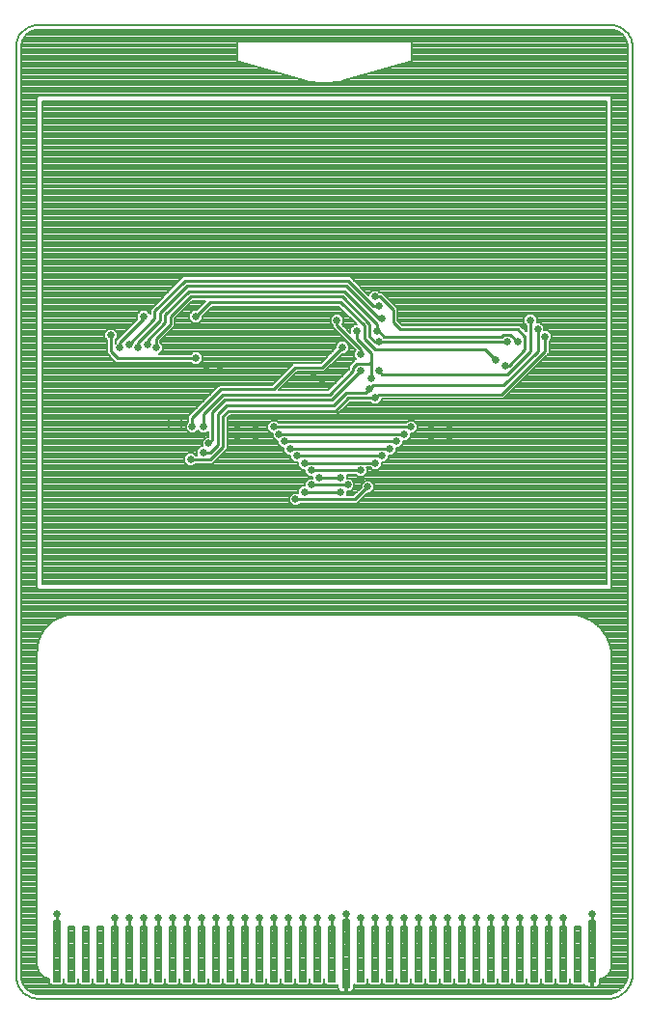
<source format=gtl>
G75*
G70*
%OFA0B0*%
%FSLAX24Y24*%
%IPPOS*%
%LPD*%
%AMOC8*
5,1,8,0,0,1.08239X$1,22.5*
%
%ADD10C,0.0050*%
%ADD11C,0.0073*%
%ADD12C,0.0100*%
%ADD13C,0.0250*%
%ADD14C,0.0080*%
%ADD15C,0.0060*%
D10*
X000613Y001440D02*
X000613Y033527D01*
X000615Y033580D01*
X000621Y033632D01*
X000630Y033684D01*
X000643Y033735D01*
X000660Y033785D01*
X000680Y033834D01*
X000703Y033881D01*
X000730Y033926D01*
X000760Y033969D01*
X000793Y034010D01*
X000829Y034049D01*
X000868Y034085D01*
X000909Y034118D01*
X000952Y034148D01*
X000997Y034175D01*
X001044Y034198D01*
X001093Y034218D01*
X001143Y034235D01*
X001194Y034248D01*
X001246Y034257D01*
X001298Y034263D01*
X001351Y034265D01*
X021181Y034265D01*
X021234Y034263D01*
X021286Y034257D01*
X021338Y034248D01*
X021389Y034235D01*
X021439Y034218D01*
X021488Y034198D01*
X021535Y034175D01*
X021580Y034148D01*
X021623Y034118D01*
X021664Y034085D01*
X021703Y034049D01*
X021739Y034010D01*
X021772Y033969D01*
X021802Y033926D01*
X021829Y033881D01*
X021852Y033834D01*
X021872Y033785D01*
X021889Y033735D01*
X021902Y033684D01*
X021911Y033632D01*
X021917Y033580D01*
X021919Y033527D01*
X021919Y001524D01*
X021920Y001524D02*
X021919Y001467D01*
X021916Y001411D01*
X021908Y001355D01*
X021897Y001300D01*
X021882Y001246D01*
X021864Y001193D01*
X021842Y001141D01*
X021817Y001090D01*
X021788Y001042D01*
X021757Y000995D01*
X021723Y000951D01*
X021685Y000909D01*
X021645Y000869D01*
X021603Y000832D01*
X021558Y000798D01*
X021511Y000767D01*
X021462Y000739D01*
X021412Y000714D01*
X021360Y000693D01*
X021306Y000675D01*
X021252Y000661D01*
X021197Y000650D01*
X021141Y000643D01*
X021085Y000639D01*
X021084Y000640D02*
X001413Y000640D01*
X001358Y000642D01*
X001304Y000647D01*
X001250Y000657D01*
X001197Y000670D01*
X001145Y000686D01*
X001094Y000706D01*
X001045Y000730D01*
X000997Y000756D01*
X000952Y000786D01*
X000908Y000819D01*
X000867Y000855D01*
X000828Y000894D01*
X000792Y000935D01*
X000759Y000979D01*
X000729Y001024D01*
X000703Y001072D01*
X000679Y001121D01*
X000659Y001172D01*
X000643Y001224D01*
X000630Y001277D01*
X000620Y001331D01*
X000615Y001385D01*
X000613Y001440D01*
D11*
X002125Y001225D02*
X002125Y003355D01*
X002125Y001225D02*
X001907Y001225D01*
X001907Y003355D01*
X002125Y003355D01*
X002125Y001297D02*
X001907Y001297D01*
X001907Y001369D02*
X002125Y001369D01*
X002125Y001441D02*
X001907Y001441D01*
X001907Y001513D02*
X002125Y001513D01*
X002125Y001585D02*
X001907Y001585D01*
X001907Y001657D02*
X002125Y001657D01*
X002125Y001729D02*
X001907Y001729D01*
X001907Y001801D02*
X002125Y001801D01*
X002125Y001873D02*
X001907Y001873D01*
X001907Y001945D02*
X002125Y001945D01*
X002125Y002017D02*
X001907Y002017D01*
X001907Y002089D02*
X002125Y002089D01*
X002125Y002161D02*
X001907Y002161D01*
X001907Y002233D02*
X002125Y002233D01*
X002125Y002305D02*
X001907Y002305D01*
X001907Y002377D02*
X002125Y002377D01*
X002125Y002449D02*
X001907Y002449D01*
X001907Y002521D02*
X002125Y002521D01*
X002125Y002593D02*
X001907Y002593D01*
X001907Y002665D02*
X002125Y002665D01*
X002125Y002737D02*
X001907Y002737D01*
X001907Y002809D02*
X002125Y002809D01*
X002125Y002881D02*
X001907Y002881D01*
X001907Y002953D02*
X002125Y002953D01*
X002125Y003025D02*
X001907Y003025D01*
X001907Y003097D02*
X002125Y003097D01*
X002125Y003169D02*
X001907Y003169D01*
X001907Y003241D02*
X002125Y003241D01*
X002125Y003313D02*
X001907Y003313D01*
X002625Y003155D02*
X002625Y001225D01*
X002407Y001225D01*
X002407Y003155D01*
X002625Y003155D01*
X002625Y001297D02*
X002407Y001297D01*
X002407Y001369D02*
X002625Y001369D01*
X002625Y001441D02*
X002407Y001441D01*
X002407Y001513D02*
X002625Y001513D01*
X002625Y001585D02*
X002407Y001585D01*
X002407Y001657D02*
X002625Y001657D01*
X002625Y001729D02*
X002407Y001729D01*
X002407Y001801D02*
X002625Y001801D01*
X002625Y001873D02*
X002407Y001873D01*
X002407Y001945D02*
X002625Y001945D01*
X002625Y002017D02*
X002407Y002017D01*
X002407Y002089D02*
X002625Y002089D01*
X002625Y002161D02*
X002407Y002161D01*
X002407Y002233D02*
X002625Y002233D01*
X002625Y002305D02*
X002407Y002305D01*
X002407Y002377D02*
X002625Y002377D01*
X002625Y002449D02*
X002407Y002449D01*
X002407Y002521D02*
X002625Y002521D01*
X002625Y002593D02*
X002407Y002593D01*
X002407Y002665D02*
X002625Y002665D01*
X002625Y002737D02*
X002407Y002737D01*
X002407Y002809D02*
X002625Y002809D01*
X002625Y002881D02*
X002407Y002881D01*
X002407Y002953D02*
X002625Y002953D01*
X002625Y003025D02*
X002407Y003025D01*
X002407Y003097D02*
X002625Y003097D01*
X003125Y003155D02*
X003125Y001225D01*
X002907Y001225D01*
X002907Y003155D01*
X003125Y003155D01*
X003125Y001297D02*
X002907Y001297D01*
X002907Y001369D02*
X003125Y001369D01*
X003125Y001441D02*
X002907Y001441D01*
X002907Y001513D02*
X003125Y001513D01*
X003125Y001585D02*
X002907Y001585D01*
X002907Y001657D02*
X003125Y001657D01*
X003125Y001729D02*
X002907Y001729D01*
X002907Y001801D02*
X003125Y001801D01*
X003125Y001873D02*
X002907Y001873D01*
X002907Y001945D02*
X003125Y001945D01*
X003125Y002017D02*
X002907Y002017D01*
X002907Y002089D02*
X003125Y002089D01*
X003125Y002161D02*
X002907Y002161D01*
X002907Y002233D02*
X003125Y002233D01*
X003125Y002305D02*
X002907Y002305D01*
X002907Y002377D02*
X003125Y002377D01*
X003125Y002449D02*
X002907Y002449D01*
X002907Y002521D02*
X003125Y002521D01*
X003125Y002593D02*
X002907Y002593D01*
X002907Y002665D02*
X003125Y002665D01*
X003125Y002737D02*
X002907Y002737D01*
X002907Y002809D02*
X003125Y002809D01*
X003125Y002881D02*
X002907Y002881D01*
X002907Y002953D02*
X003125Y002953D01*
X003125Y003025D02*
X002907Y003025D01*
X002907Y003097D02*
X003125Y003097D01*
X003625Y003155D02*
X003625Y001225D01*
X003407Y001225D01*
X003407Y003155D01*
X003625Y003155D01*
X003625Y001297D02*
X003407Y001297D01*
X003407Y001369D02*
X003625Y001369D01*
X003625Y001441D02*
X003407Y001441D01*
X003407Y001513D02*
X003625Y001513D01*
X003625Y001585D02*
X003407Y001585D01*
X003407Y001657D02*
X003625Y001657D01*
X003625Y001729D02*
X003407Y001729D01*
X003407Y001801D02*
X003625Y001801D01*
X003625Y001873D02*
X003407Y001873D01*
X003407Y001945D02*
X003625Y001945D01*
X003625Y002017D02*
X003407Y002017D01*
X003407Y002089D02*
X003625Y002089D01*
X003625Y002161D02*
X003407Y002161D01*
X003407Y002233D02*
X003625Y002233D01*
X003625Y002305D02*
X003407Y002305D01*
X003407Y002377D02*
X003625Y002377D01*
X003625Y002449D02*
X003407Y002449D01*
X003407Y002521D02*
X003625Y002521D01*
X003625Y002593D02*
X003407Y002593D01*
X003407Y002665D02*
X003625Y002665D01*
X003625Y002737D02*
X003407Y002737D01*
X003407Y002809D02*
X003625Y002809D01*
X003625Y002881D02*
X003407Y002881D01*
X003407Y002953D02*
X003625Y002953D01*
X003625Y003025D02*
X003407Y003025D01*
X003407Y003097D02*
X003625Y003097D01*
X004125Y003155D02*
X004125Y001225D01*
X003907Y001225D01*
X003907Y003155D01*
X004125Y003155D01*
X004125Y001297D02*
X003907Y001297D01*
X003907Y001369D02*
X004125Y001369D01*
X004125Y001441D02*
X003907Y001441D01*
X003907Y001513D02*
X004125Y001513D01*
X004125Y001585D02*
X003907Y001585D01*
X003907Y001657D02*
X004125Y001657D01*
X004125Y001729D02*
X003907Y001729D01*
X003907Y001801D02*
X004125Y001801D01*
X004125Y001873D02*
X003907Y001873D01*
X003907Y001945D02*
X004125Y001945D01*
X004125Y002017D02*
X003907Y002017D01*
X003907Y002089D02*
X004125Y002089D01*
X004125Y002161D02*
X003907Y002161D01*
X003907Y002233D02*
X004125Y002233D01*
X004125Y002305D02*
X003907Y002305D01*
X003907Y002377D02*
X004125Y002377D01*
X004125Y002449D02*
X003907Y002449D01*
X003907Y002521D02*
X004125Y002521D01*
X004125Y002593D02*
X003907Y002593D01*
X003907Y002665D02*
X004125Y002665D01*
X004125Y002737D02*
X003907Y002737D01*
X003907Y002809D02*
X004125Y002809D01*
X004125Y002881D02*
X003907Y002881D01*
X003907Y002953D02*
X004125Y002953D01*
X004125Y003025D02*
X003907Y003025D01*
X003907Y003097D02*
X004125Y003097D01*
X004625Y003155D02*
X004625Y001225D01*
X004407Y001225D01*
X004407Y003155D01*
X004625Y003155D01*
X004625Y001297D02*
X004407Y001297D01*
X004407Y001369D02*
X004625Y001369D01*
X004625Y001441D02*
X004407Y001441D01*
X004407Y001513D02*
X004625Y001513D01*
X004625Y001585D02*
X004407Y001585D01*
X004407Y001657D02*
X004625Y001657D01*
X004625Y001729D02*
X004407Y001729D01*
X004407Y001801D02*
X004625Y001801D01*
X004625Y001873D02*
X004407Y001873D01*
X004407Y001945D02*
X004625Y001945D01*
X004625Y002017D02*
X004407Y002017D01*
X004407Y002089D02*
X004625Y002089D01*
X004625Y002161D02*
X004407Y002161D01*
X004407Y002233D02*
X004625Y002233D01*
X004625Y002305D02*
X004407Y002305D01*
X004407Y002377D02*
X004625Y002377D01*
X004625Y002449D02*
X004407Y002449D01*
X004407Y002521D02*
X004625Y002521D01*
X004625Y002593D02*
X004407Y002593D01*
X004407Y002665D02*
X004625Y002665D01*
X004625Y002737D02*
X004407Y002737D01*
X004407Y002809D02*
X004625Y002809D01*
X004625Y002881D02*
X004407Y002881D01*
X004407Y002953D02*
X004625Y002953D01*
X004625Y003025D02*
X004407Y003025D01*
X004407Y003097D02*
X004625Y003097D01*
X005125Y003155D02*
X005125Y001225D01*
X004907Y001225D01*
X004907Y003155D01*
X005125Y003155D01*
X005125Y001297D02*
X004907Y001297D01*
X004907Y001369D02*
X005125Y001369D01*
X005125Y001441D02*
X004907Y001441D01*
X004907Y001513D02*
X005125Y001513D01*
X005125Y001585D02*
X004907Y001585D01*
X004907Y001657D02*
X005125Y001657D01*
X005125Y001729D02*
X004907Y001729D01*
X004907Y001801D02*
X005125Y001801D01*
X005125Y001873D02*
X004907Y001873D01*
X004907Y001945D02*
X005125Y001945D01*
X005125Y002017D02*
X004907Y002017D01*
X004907Y002089D02*
X005125Y002089D01*
X005125Y002161D02*
X004907Y002161D01*
X004907Y002233D02*
X005125Y002233D01*
X005125Y002305D02*
X004907Y002305D01*
X004907Y002377D02*
X005125Y002377D01*
X005125Y002449D02*
X004907Y002449D01*
X004907Y002521D02*
X005125Y002521D01*
X005125Y002593D02*
X004907Y002593D01*
X004907Y002665D02*
X005125Y002665D01*
X005125Y002737D02*
X004907Y002737D01*
X004907Y002809D02*
X005125Y002809D01*
X005125Y002881D02*
X004907Y002881D01*
X004907Y002953D02*
X005125Y002953D01*
X005125Y003025D02*
X004907Y003025D01*
X004907Y003097D02*
X005125Y003097D01*
X005625Y003155D02*
X005625Y001225D01*
X005407Y001225D01*
X005407Y003155D01*
X005625Y003155D01*
X005625Y001297D02*
X005407Y001297D01*
X005407Y001369D02*
X005625Y001369D01*
X005625Y001441D02*
X005407Y001441D01*
X005407Y001513D02*
X005625Y001513D01*
X005625Y001585D02*
X005407Y001585D01*
X005407Y001657D02*
X005625Y001657D01*
X005625Y001729D02*
X005407Y001729D01*
X005407Y001801D02*
X005625Y001801D01*
X005625Y001873D02*
X005407Y001873D01*
X005407Y001945D02*
X005625Y001945D01*
X005625Y002017D02*
X005407Y002017D01*
X005407Y002089D02*
X005625Y002089D01*
X005625Y002161D02*
X005407Y002161D01*
X005407Y002233D02*
X005625Y002233D01*
X005625Y002305D02*
X005407Y002305D01*
X005407Y002377D02*
X005625Y002377D01*
X005625Y002449D02*
X005407Y002449D01*
X005407Y002521D02*
X005625Y002521D01*
X005625Y002593D02*
X005407Y002593D01*
X005407Y002665D02*
X005625Y002665D01*
X005625Y002737D02*
X005407Y002737D01*
X005407Y002809D02*
X005625Y002809D01*
X005625Y002881D02*
X005407Y002881D01*
X005407Y002953D02*
X005625Y002953D01*
X005625Y003025D02*
X005407Y003025D01*
X005407Y003097D02*
X005625Y003097D01*
X006125Y003155D02*
X006125Y001225D01*
X005907Y001225D01*
X005907Y003155D01*
X006125Y003155D01*
X006125Y001297D02*
X005907Y001297D01*
X005907Y001369D02*
X006125Y001369D01*
X006125Y001441D02*
X005907Y001441D01*
X005907Y001513D02*
X006125Y001513D01*
X006125Y001585D02*
X005907Y001585D01*
X005907Y001657D02*
X006125Y001657D01*
X006125Y001729D02*
X005907Y001729D01*
X005907Y001801D02*
X006125Y001801D01*
X006125Y001873D02*
X005907Y001873D01*
X005907Y001945D02*
X006125Y001945D01*
X006125Y002017D02*
X005907Y002017D01*
X005907Y002089D02*
X006125Y002089D01*
X006125Y002161D02*
X005907Y002161D01*
X005907Y002233D02*
X006125Y002233D01*
X006125Y002305D02*
X005907Y002305D01*
X005907Y002377D02*
X006125Y002377D01*
X006125Y002449D02*
X005907Y002449D01*
X005907Y002521D02*
X006125Y002521D01*
X006125Y002593D02*
X005907Y002593D01*
X005907Y002665D02*
X006125Y002665D01*
X006125Y002737D02*
X005907Y002737D01*
X005907Y002809D02*
X006125Y002809D01*
X006125Y002881D02*
X005907Y002881D01*
X005907Y002953D02*
X006125Y002953D01*
X006125Y003025D02*
X005907Y003025D01*
X005907Y003097D02*
X006125Y003097D01*
X006625Y003155D02*
X006625Y001225D01*
X006407Y001225D01*
X006407Y003155D01*
X006625Y003155D01*
X006625Y001297D02*
X006407Y001297D01*
X006407Y001369D02*
X006625Y001369D01*
X006625Y001441D02*
X006407Y001441D01*
X006407Y001513D02*
X006625Y001513D01*
X006625Y001585D02*
X006407Y001585D01*
X006407Y001657D02*
X006625Y001657D01*
X006625Y001729D02*
X006407Y001729D01*
X006407Y001801D02*
X006625Y001801D01*
X006625Y001873D02*
X006407Y001873D01*
X006407Y001945D02*
X006625Y001945D01*
X006625Y002017D02*
X006407Y002017D01*
X006407Y002089D02*
X006625Y002089D01*
X006625Y002161D02*
X006407Y002161D01*
X006407Y002233D02*
X006625Y002233D01*
X006625Y002305D02*
X006407Y002305D01*
X006407Y002377D02*
X006625Y002377D01*
X006625Y002449D02*
X006407Y002449D01*
X006407Y002521D02*
X006625Y002521D01*
X006625Y002593D02*
X006407Y002593D01*
X006407Y002665D02*
X006625Y002665D01*
X006625Y002737D02*
X006407Y002737D01*
X006407Y002809D02*
X006625Y002809D01*
X006625Y002881D02*
X006407Y002881D01*
X006407Y002953D02*
X006625Y002953D01*
X006625Y003025D02*
X006407Y003025D01*
X006407Y003097D02*
X006625Y003097D01*
X007125Y003155D02*
X007125Y001225D01*
X006907Y001225D01*
X006907Y003155D01*
X007125Y003155D01*
X007125Y001297D02*
X006907Y001297D01*
X006907Y001369D02*
X007125Y001369D01*
X007125Y001441D02*
X006907Y001441D01*
X006907Y001513D02*
X007125Y001513D01*
X007125Y001585D02*
X006907Y001585D01*
X006907Y001657D02*
X007125Y001657D01*
X007125Y001729D02*
X006907Y001729D01*
X006907Y001801D02*
X007125Y001801D01*
X007125Y001873D02*
X006907Y001873D01*
X006907Y001945D02*
X007125Y001945D01*
X007125Y002017D02*
X006907Y002017D01*
X006907Y002089D02*
X007125Y002089D01*
X007125Y002161D02*
X006907Y002161D01*
X006907Y002233D02*
X007125Y002233D01*
X007125Y002305D02*
X006907Y002305D01*
X006907Y002377D02*
X007125Y002377D01*
X007125Y002449D02*
X006907Y002449D01*
X006907Y002521D02*
X007125Y002521D01*
X007125Y002593D02*
X006907Y002593D01*
X006907Y002665D02*
X007125Y002665D01*
X007125Y002737D02*
X006907Y002737D01*
X006907Y002809D02*
X007125Y002809D01*
X007125Y002881D02*
X006907Y002881D01*
X006907Y002953D02*
X007125Y002953D01*
X007125Y003025D02*
X006907Y003025D01*
X006907Y003097D02*
X007125Y003097D01*
X007625Y003155D02*
X007625Y001225D01*
X007407Y001225D01*
X007407Y003155D01*
X007625Y003155D01*
X007625Y001297D02*
X007407Y001297D01*
X007407Y001369D02*
X007625Y001369D01*
X007625Y001441D02*
X007407Y001441D01*
X007407Y001513D02*
X007625Y001513D01*
X007625Y001585D02*
X007407Y001585D01*
X007407Y001657D02*
X007625Y001657D01*
X007625Y001729D02*
X007407Y001729D01*
X007407Y001801D02*
X007625Y001801D01*
X007625Y001873D02*
X007407Y001873D01*
X007407Y001945D02*
X007625Y001945D01*
X007625Y002017D02*
X007407Y002017D01*
X007407Y002089D02*
X007625Y002089D01*
X007625Y002161D02*
X007407Y002161D01*
X007407Y002233D02*
X007625Y002233D01*
X007625Y002305D02*
X007407Y002305D01*
X007407Y002377D02*
X007625Y002377D01*
X007625Y002449D02*
X007407Y002449D01*
X007407Y002521D02*
X007625Y002521D01*
X007625Y002593D02*
X007407Y002593D01*
X007407Y002665D02*
X007625Y002665D01*
X007625Y002737D02*
X007407Y002737D01*
X007407Y002809D02*
X007625Y002809D01*
X007625Y002881D02*
X007407Y002881D01*
X007407Y002953D02*
X007625Y002953D01*
X007625Y003025D02*
X007407Y003025D01*
X007407Y003097D02*
X007625Y003097D01*
X008125Y003155D02*
X008125Y001225D01*
X007907Y001225D01*
X007907Y003155D01*
X008125Y003155D01*
X008125Y001297D02*
X007907Y001297D01*
X007907Y001369D02*
X008125Y001369D01*
X008125Y001441D02*
X007907Y001441D01*
X007907Y001513D02*
X008125Y001513D01*
X008125Y001585D02*
X007907Y001585D01*
X007907Y001657D02*
X008125Y001657D01*
X008125Y001729D02*
X007907Y001729D01*
X007907Y001801D02*
X008125Y001801D01*
X008125Y001873D02*
X007907Y001873D01*
X007907Y001945D02*
X008125Y001945D01*
X008125Y002017D02*
X007907Y002017D01*
X007907Y002089D02*
X008125Y002089D01*
X008125Y002161D02*
X007907Y002161D01*
X007907Y002233D02*
X008125Y002233D01*
X008125Y002305D02*
X007907Y002305D01*
X007907Y002377D02*
X008125Y002377D01*
X008125Y002449D02*
X007907Y002449D01*
X007907Y002521D02*
X008125Y002521D01*
X008125Y002593D02*
X007907Y002593D01*
X007907Y002665D02*
X008125Y002665D01*
X008125Y002737D02*
X007907Y002737D01*
X007907Y002809D02*
X008125Y002809D01*
X008125Y002881D02*
X007907Y002881D01*
X007907Y002953D02*
X008125Y002953D01*
X008125Y003025D02*
X007907Y003025D01*
X007907Y003097D02*
X008125Y003097D01*
X008625Y003155D02*
X008625Y001225D01*
X008407Y001225D01*
X008407Y003155D01*
X008625Y003155D01*
X008625Y001297D02*
X008407Y001297D01*
X008407Y001369D02*
X008625Y001369D01*
X008625Y001441D02*
X008407Y001441D01*
X008407Y001513D02*
X008625Y001513D01*
X008625Y001585D02*
X008407Y001585D01*
X008407Y001657D02*
X008625Y001657D01*
X008625Y001729D02*
X008407Y001729D01*
X008407Y001801D02*
X008625Y001801D01*
X008625Y001873D02*
X008407Y001873D01*
X008407Y001945D02*
X008625Y001945D01*
X008625Y002017D02*
X008407Y002017D01*
X008407Y002089D02*
X008625Y002089D01*
X008625Y002161D02*
X008407Y002161D01*
X008407Y002233D02*
X008625Y002233D01*
X008625Y002305D02*
X008407Y002305D01*
X008407Y002377D02*
X008625Y002377D01*
X008625Y002449D02*
X008407Y002449D01*
X008407Y002521D02*
X008625Y002521D01*
X008625Y002593D02*
X008407Y002593D01*
X008407Y002665D02*
X008625Y002665D01*
X008625Y002737D02*
X008407Y002737D01*
X008407Y002809D02*
X008625Y002809D01*
X008625Y002881D02*
X008407Y002881D01*
X008407Y002953D02*
X008625Y002953D01*
X008625Y003025D02*
X008407Y003025D01*
X008407Y003097D02*
X008625Y003097D01*
X009125Y003155D02*
X009125Y001225D01*
X008907Y001225D01*
X008907Y003155D01*
X009125Y003155D01*
X009125Y001297D02*
X008907Y001297D01*
X008907Y001369D02*
X009125Y001369D01*
X009125Y001441D02*
X008907Y001441D01*
X008907Y001513D02*
X009125Y001513D01*
X009125Y001585D02*
X008907Y001585D01*
X008907Y001657D02*
X009125Y001657D01*
X009125Y001729D02*
X008907Y001729D01*
X008907Y001801D02*
X009125Y001801D01*
X009125Y001873D02*
X008907Y001873D01*
X008907Y001945D02*
X009125Y001945D01*
X009125Y002017D02*
X008907Y002017D01*
X008907Y002089D02*
X009125Y002089D01*
X009125Y002161D02*
X008907Y002161D01*
X008907Y002233D02*
X009125Y002233D01*
X009125Y002305D02*
X008907Y002305D01*
X008907Y002377D02*
X009125Y002377D01*
X009125Y002449D02*
X008907Y002449D01*
X008907Y002521D02*
X009125Y002521D01*
X009125Y002593D02*
X008907Y002593D01*
X008907Y002665D02*
X009125Y002665D01*
X009125Y002737D02*
X008907Y002737D01*
X008907Y002809D02*
X009125Y002809D01*
X009125Y002881D02*
X008907Y002881D01*
X008907Y002953D02*
X009125Y002953D01*
X009125Y003025D02*
X008907Y003025D01*
X008907Y003097D02*
X009125Y003097D01*
X009625Y003155D02*
X009625Y001225D01*
X009407Y001225D01*
X009407Y003155D01*
X009625Y003155D01*
X009625Y001297D02*
X009407Y001297D01*
X009407Y001369D02*
X009625Y001369D01*
X009625Y001441D02*
X009407Y001441D01*
X009407Y001513D02*
X009625Y001513D01*
X009625Y001585D02*
X009407Y001585D01*
X009407Y001657D02*
X009625Y001657D01*
X009625Y001729D02*
X009407Y001729D01*
X009407Y001801D02*
X009625Y001801D01*
X009625Y001873D02*
X009407Y001873D01*
X009407Y001945D02*
X009625Y001945D01*
X009625Y002017D02*
X009407Y002017D01*
X009407Y002089D02*
X009625Y002089D01*
X009625Y002161D02*
X009407Y002161D01*
X009407Y002233D02*
X009625Y002233D01*
X009625Y002305D02*
X009407Y002305D01*
X009407Y002377D02*
X009625Y002377D01*
X009625Y002449D02*
X009407Y002449D01*
X009407Y002521D02*
X009625Y002521D01*
X009625Y002593D02*
X009407Y002593D01*
X009407Y002665D02*
X009625Y002665D01*
X009625Y002737D02*
X009407Y002737D01*
X009407Y002809D02*
X009625Y002809D01*
X009625Y002881D02*
X009407Y002881D01*
X009407Y002953D02*
X009625Y002953D01*
X009625Y003025D02*
X009407Y003025D01*
X009407Y003097D02*
X009625Y003097D01*
X010125Y003155D02*
X010125Y001225D01*
X009907Y001225D01*
X009907Y003155D01*
X010125Y003155D01*
X010125Y001297D02*
X009907Y001297D01*
X009907Y001369D02*
X010125Y001369D01*
X010125Y001441D02*
X009907Y001441D01*
X009907Y001513D02*
X010125Y001513D01*
X010125Y001585D02*
X009907Y001585D01*
X009907Y001657D02*
X010125Y001657D01*
X010125Y001729D02*
X009907Y001729D01*
X009907Y001801D02*
X010125Y001801D01*
X010125Y001873D02*
X009907Y001873D01*
X009907Y001945D02*
X010125Y001945D01*
X010125Y002017D02*
X009907Y002017D01*
X009907Y002089D02*
X010125Y002089D01*
X010125Y002161D02*
X009907Y002161D01*
X009907Y002233D02*
X010125Y002233D01*
X010125Y002305D02*
X009907Y002305D01*
X009907Y002377D02*
X010125Y002377D01*
X010125Y002449D02*
X009907Y002449D01*
X009907Y002521D02*
X010125Y002521D01*
X010125Y002593D02*
X009907Y002593D01*
X009907Y002665D02*
X010125Y002665D01*
X010125Y002737D02*
X009907Y002737D01*
X009907Y002809D02*
X010125Y002809D01*
X010125Y002881D02*
X009907Y002881D01*
X009907Y002953D02*
X010125Y002953D01*
X010125Y003025D02*
X009907Y003025D01*
X009907Y003097D02*
X010125Y003097D01*
X010625Y003155D02*
X010625Y001225D01*
X010407Y001225D01*
X010407Y003155D01*
X010625Y003155D01*
X010625Y001297D02*
X010407Y001297D01*
X010407Y001369D02*
X010625Y001369D01*
X010625Y001441D02*
X010407Y001441D01*
X010407Y001513D02*
X010625Y001513D01*
X010625Y001585D02*
X010407Y001585D01*
X010407Y001657D02*
X010625Y001657D01*
X010625Y001729D02*
X010407Y001729D01*
X010407Y001801D02*
X010625Y001801D01*
X010625Y001873D02*
X010407Y001873D01*
X010407Y001945D02*
X010625Y001945D01*
X010625Y002017D02*
X010407Y002017D01*
X010407Y002089D02*
X010625Y002089D01*
X010625Y002161D02*
X010407Y002161D01*
X010407Y002233D02*
X010625Y002233D01*
X010625Y002305D02*
X010407Y002305D01*
X010407Y002377D02*
X010625Y002377D01*
X010625Y002449D02*
X010407Y002449D01*
X010407Y002521D02*
X010625Y002521D01*
X010625Y002593D02*
X010407Y002593D01*
X010407Y002665D02*
X010625Y002665D01*
X010625Y002737D02*
X010407Y002737D01*
X010407Y002809D02*
X010625Y002809D01*
X010625Y002881D02*
X010407Y002881D01*
X010407Y002953D02*
X010625Y002953D01*
X010625Y003025D02*
X010407Y003025D01*
X010407Y003097D02*
X010625Y003097D01*
X011125Y003155D02*
X011125Y001225D01*
X010907Y001225D01*
X010907Y003155D01*
X011125Y003155D01*
X011125Y001297D02*
X010907Y001297D01*
X010907Y001369D02*
X011125Y001369D01*
X011125Y001441D02*
X010907Y001441D01*
X010907Y001513D02*
X011125Y001513D01*
X011125Y001585D02*
X010907Y001585D01*
X010907Y001657D02*
X011125Y001657D01*
X011125Y001729D02*
X010907Y001729D01*
X010907Y001801D02*
X011125Y001801D01*
X011125Y001873D02*
X010907Y001873D01*
X010907Y001945D02*
X011125Y001945D01*
X011125Y002017D02*
X010907Y002017D01*
X010907Y002089D02*
X011125Y002089D01*
X011125Y002161D02*
X010907Y002161D01*
X010907Y002233D02*
X011125Y002233D01*
X011125Y002305D02*
X010907Y002305D01*
X010907Y002377D02*
X011125Y002377D01*
X011125Y002449D02*
X010907Y002449D01*
X010907Y002521D02*
X011125Y002521D01*
X011125Y002593D02*
X010907Y002593D01*
X010907Y002665D02*
X011125Y002665D01*
X011125Y002737D02*
X010907Y002737D01*
X010907Y002809D02*
X011125Y002809D01*
X011125Y002881D02*
X010907Y002881D01*
X010907Y002953D02*
X011125Y002953D01*
X011125Y003025D02*
X010907Y003025D01*
X010907Y003097D02*
X011125Y003097D01*
X011625Y003155D02*
X011625Y001225D01*
X011407Y001225D01*
X011407Y003155D01*
X011625Y003155D01*
X011625Y001297D02*
X011407Y001297D01*
X011407Y001369D02*
X011625Y001369D01*
X011625Y001441D02*
X011407Y001441D01*
X011407Y001513D02*
X011625Y001513D01*
X011625Y001585D02*
X011407Y001585D01*
X011407Y001657D02*
X011625Y001657D01*
X011625Y001729D02*
X011407Y001729D01*
X011407Y001801D02*
X011625Y001801D01*
X011625Y001873D02*
X011407Y001873D01*
X011407Y001945D02*
X011625Y001945D01*
X011625Y002017D02*
X011407Y002017D01*
X011407Y002089D02*
X011625Y002089D01*
X011625Y002161D02*
X011407Y002161D01*
X011407Y002233D02*
X011625Y002233D01*
X011625Y002305D02*
X011407Y002305D01*
X011407Y002377D02*
X011625Y002377D01*
X011625Y002449D02*
X011407Y002449D01*
X011407Y002521D02*
X011625Y002521D01*
X011625Y002593D02*
X011407Y002593D01*
X011407Y002665D02*
X011625Y002665D01*
X011625Y002737D02*
X011407Y002737D01*
X011407Y002809D02*
X011625Y002809D01*
X011625Y002881D02*
X011407Y002881D01*
X011407Y002953D02*
X011625Y002953D01*
X011625Y003025D02*
X011407Y003025D01*
X011407Y003097D02*
X011625Y003097D01*
X012125Y003365D02*
X012125Y001045D01*
X011907Y001045D01*
X011907Y003365D01*
X012125Y003365D01*
X012125Y001117D02*
X011907Y001117D01*
X011907Y001189D02*
X012125Y001189D01*
X012125Y001261D02*
X011907Y001261D01*
X011907Y001333D02*
X012125Y001333D01*
X012125Y001405D02*
X011907Y001405D01*
X011907Y001477D02*
X012125Y001477D01*
X012125Y001549D02*
X011907Y001549D01*
X011907Y001621D02*
X012125Y001621D01*
X012125Y001693D02*
X011907Y001693D01*
X011907Y001765D02*
X012125Y001765D01*
X012125Y001837D02*
X011907Y001837D01*
X011907Y001909D02*
X012125Y001909D01*
X012125Y001981D02*
X011907Y001981D01*
X011907Y002053D02*
X012125Y002053D01*
X012125Y002125D02*
X011907Y002125D01*
X011907Y002197D02*
X012125Y002197D01*
X012125Y002269D02*
X011907Y002269D01*
X011907Y002341D02*
X012125Y002341D01*
X012125Y002413D02*
X011907Y002413D01*
X011907Y002485D02*
X012125Y002485D01*
X012125Y002557D02*
X011907Y002557D01*
X011907Y002629D02*
X012125Y002629D01*
X012125Y002701D02*
X011907Y002701D01*
X011907Y002773D02*
X012125Y002773D01*
X012125Y002845D02*
X011907Y002845D01*
X011907Y002917D02*
X012125Y002917D01*
X012125Y002989D02*
X011907Y002989D01*
X011907Y003061D02*
X012125Y003061D01*
X012125Y003133D02*
X011907Y003133D01*
X011907Y003205D02*
X012125Y003205D01*
X012125Y003277D02*
X011907Y003277D01*
X011907Y003349D02*
X012125Y003349D01*
X012625Y003155D02*
X012625Y001225D01*
X012407Y001225D01*
X012407Y003155D01*
X012625Y003155D01*
X012625Y001297D02*
X012407Y001297D01*
X012407Y001369D02*
X012625Y001369D01*
X012625Y001441D02*
X012407Y001441D01*
X012407Y001513D02*
X012625Y001513D01*
X012625Y001585D02*
X012407Y001585D01*
X012407Y001657D02*
X012625Y001657D01*
X012625Y001729D02*
X012407Y001729D01*
X012407Y001801D02*
X012625Y001801D01*
X012625Y001873D02*
X012407Y001873D01*
X012407Y001945D02*
X012625Y001945D01*
X012625Y002017D02*
X012407Y002017D01*
X012407Y002089D02*
X012625Y002089D01*
X012625Y002161D02*
X012407Y002161D01*
X012407Y002233D02*
X012625Y002233D01*
X012625Y002305D02*
X012407Y002305D01*
X012407Y002377D02*
X012625Y002377D01*
X012625Y002449D02*
X012407Y002449D01*
X012407Y002521D02*
X012625Y002521D01*
X012625Y002593D02*
X012407Y002593D01*
X012407Y002665D02*
X012625Y002665D01*
X012625Y002737D02*
X012407Y002737D01*
X012407Y002809D02*
X012625Y002809D01*
X012625Y002881D02*
X012407Y002881D01*
X012407Y002953D02*
X012625Y002953D01*
X012625Y003025D02*
X012407Y003025D01*
X012407Y003097D02*
X012625Y003097D01*
X013125Y003155D02*
X013125Y001225D01*
X012907Y001225D01*
X012907Y003155D01*
X013125Y003155D01*
X013125Y001297D02*
X012907Y001297D01*
X012907Y001369D02*
X013125Y001369D01*
X013125Y001441D02*
X012907Y001441D01*
X012907Y001513D02*
X013125Y001513D01*
X013125Y001585D02*
X012907Y001585D01*
X012907Y001657D02*
X013125Y001657D01*
X013125Y001729D02*
X012907Y001729D01*
X012907Y001801D02*
X013125Y001801D01*
X013125Y001873D02*
X012907Y001873D01*
X012907Y001945D02*
X013125Y001945D01*
X013125Y002017D02*
X012907Y002017D01*
X012907Y002089D02*
X013125Y002089D01*
X013125Y002161D02*
X012907Y002161D01*
X012907Y002233D02*
X013125Y002233D01*
X013125Y002305D02*
X012907Y002305D01*
X012907Y002377D02*
X013125Y002377D01*
X013125Y002449D02*
X012907Y002449D01*
X012907Y002521D02*
X013125Y002521D01*
X013125Y002593D02*
X012907Y002593D01*
X012907Y002665D02*
X013125Y002665D01*
X013125Y002737D02*
X012907Y002737D01*
X012907Y002809D02*
X013125Y002809D01*
X013125Y002881D02*
X012907Y002881D01*
X012907Y002953D02*
X013125Y002953D01*
X013125Y003025D02*
X012907Y003025D01*
X012907Y003097D02*
X013125Y003097D01*
X013625Y003155D02*
X013625Y001225D01*
X013407Y001225D01*
X013407Y003155D01*
X013625Y003155D01*
X013625Y001297D02*
X013407Y001297D01*
X013407Y001369D02*
X013625Y001369D01*
X013625Y001441D02*
X013407Y001441D01*
X013407Y001513D02*
X013625Y001513D01*
X013625Y001585D02*
X013407Y001585D01*
X013407Y001657D02*
X013625Y001657D01*
X013625Y001729D02*
X013407Y001729D01*
X013407Y001801D02*
X013625Y001801D01*
X013625Y001873D02*
X013407Y001873D01*
X013407Y001945D02*
X013625Y001945D01*
X013625Y002017D02*
X013407Y002017D01*
X013407Y002089D02*
X013625Y002089D01*
X013625Y002161D02*
X013407Y002161D01*
X013407Y002233D02*
X013625Y002233D01*
X013625Y002305D02*
X013407Y002305D01*
X013407Y002377D02*
X013625Y002377D01*
X013625Y002449D02*
X013407Y002449D01*
X013407Y002521D02*
X013625Y002521D01*
X013625Y002593D02*
X013407Y002593D01*
X013407Y002665D02*
X013625Y002665D01*
X013625Y002737D02*
X013407Y002737D01*
X013407Y002809D02*
X013625Y002809D01*
X013625Y002881D02*
X013407Y002881D01*
X013407Y002953D02*
X013625Y002953D01*
X013625Y003025D02*
X013407Y003025D01*
X013407Y003097D02*
X013625Y003097D01*
X014125Y003155D02*
X014125Y001225D01*
X013907Y001225D01*
X013907Y003155D01*
X014125Y003155D01*
X014125Y001297D02*
X013907Y001297D01*
X013907Y001369D02*
X014125Y001369D01*
X014125Y001441D02*
X013907Y001441D01*
X013907Y001513D02*
X014125Y001513D01*
X014125Y001585D02*
X013907Y001585D01*
X013907Y001657D02*
X014125Y001657D01*
X014125Y001729D02*
X013907Y001729D01*
X013907Y001801D02*
X014125Y001801D01*
X014125Y001873D02*
X013907Y001873D01*
X013907Y001945D02*
X014125Y001945D01*
X014125Y002017D02*
X013907Y002017D01*
X013907Y002089D02*
X014125Y002089D01*
X014125Y002161D02*
X013907Y002161D01*
X013907Y002233D02*
X014125Y002233D01*
X014125Y002305D02*
X013907Y002305D01*
X013907Y002377D02*
X014125Y002377D01*
X014125Y002449D02*
X013907Y002449D01*
X013907Y002521D02*
X014125Y002521D01*
X014125Y002593D02*
X013907Y002593D01*
X013907Y002665D02*
X014125Y002665D01*
X014125Y002737D02*
X013907Y002737D01*
X013907Y002809D02*
X014125Y002809D01*
X014125Y002881D02*
X013907Y002881D01*
X013907Y002953D02*
X014125Y002953D01*
X014125Y003025D02*
X013907Y003025D01*
X013907Y003097D02*
X014125Y003097D01*
X014625Y003155D02*
X014625Y001225D01*
X014407Y001225D01*
X014407Y003155D01*
X014625Y003155D01*
X014625Y001297D02*
X014407Y001297D01*
X014407Y001369D02*
X014625Y001369D01*
X014625Y001441D02*
X014407Y001441D01*
X014407Y001513D02*
X014625Y001513D01*
X014625Y001585D02*
X014407Y001585D01*
X014407Y001657D02*
X014625Y001657D01*
X014625Y001729D02*
X014407Y001729D01*
X014407Y001801D02*
X014625Y001801D01*
X014625Y001873D02*
X014407Y001873D01*
X014407Y001945D02*
X014625Y001945D01*
X014625Y002017D02*
X014407Y002017D01*
X014407Y002089D02*
X014625Y002089D01*
X014625Y002161D02*
X014407Y002161D01*
X014407Y002233D02*
X014625Y002233D01*
X014625Y002305D02*
X014407Y002305D01*
X014407Y002377D02*
X014625Y002377D01*
X014625Y002449D02*
X014407Y002449D01*
X014407Y002521D02*
X014625Y002521D01*
X014625Y002593D02*
X014407Y002593D01*
X014407Y002665D02*
X014625Y002665D01*
X014625Y002737D02*
X014407Y002737D01*
X014407Y002809D02*
X014625Y002809D01*
X014625Y002881D02*
X014407Y002881D01*
X014407Y002953D02*
X014625Y002953D01*
X014625Y003025D02*
X014407Y003025D01*
X014407Y003097D02*
X014625Y003097D01*
X015125Y003155D02*
X015125Y001225D01*
X014907Y001225D01*
X014907Y003155D01*
X015125Y003155D01*
X015125Y001297D02*
X014907Y001297D01*
X014907Y001369D02*
X015125Y001369D01*
X015125Y001441D02*
X014907Y001441D01*
X014907Y001513D02*
X015125Y001513D01*
X015125Y001585D02*
X014907Y001585D01*
X014907Y001657D02*
X015125Y001657D01*
X015125Y001729D02*
X014907Y001729D01*
X014907Y001801D02*
X015125Y001801D01*
X015125Y001873D02*
X014907Y001873D01*
X014907Y001945D02*
X015125Y001945D01*
X015125Y002017D02*
X014907Y002017D01*
X014907Y002089D02*
X015125Y002089D01*
X015125Y002161D02*
X014907Y002161D01*
X014907Y002233D02*
X015125Y002233D01*
X015125Y002305D02*
X014907Y002305D01*
X014907Y002377D02*
X015125Y002377D01*
X015125Y002449D02*
X014907Y002449D01*
X014907Y002521D02*
X015125Y002521D01*
X015125Y002593D02*
X014907Y002593D01*
X014907Y002665D02*
X015125Y002665D01*
X015125Y002737D02*
X014907Y002737D01*
X014907Y002809D02*
X015125Y002809D01*
X015125Y002881D02*
X014907Y002881D01*
X014907Y002953D02*
X015125Y002953D01*
X015125Y003025D02*
X014907Y003025D01*
X014907Y003097D02*
X015125Y003097D01*
X015625Y003155D02*
X015625Y001225D01*
X015407Y001225D01*
X015407Y003155D01*
X015625Y003155D01*
X015625Y001297D02*
X015407Y001297D01*
X015407Y001369D02*
X015625Y001369D01*
X015625Y001441D02*
X015407Y001441D01*
X015407Y001513D02*
X015625Y001513D01*
X015625Y001585D02*
X015407Y001585D01*
X015407Y001657D02*
X015625Y001657D01*
X015625Y001729D02*
X015407Y001729D01*
X015407Y001801D02*
X015625Y001801D01*
X015625Y001873D02*
X015407Y001873D01*
X015407Y001945D02*
X015625Y001945D01*
X015625Y002017D02*
X015407Y002017D01*
X015407Y002089D02*
X015625Y002089D01*
X015625Y002161D02*
X015407Y002161D01*
X015407Y002233D02*
X015625Y002233D01*
X015625Y002305D02*
X015407Y002305D01*
X015407Y002377D02*
X015625Y002377D01*
X015625Y002449D02*
X015407Y002449D01*
X015407Y002521D02*
X015625Y002521D01*
X015625Y002593D02*
X015407Y002593D01*
X015407Y002665D02*
X015625Y002665D01*
X015625Y002737D02*
X015407Y002737D01*
X015407Y002809D02*
X015625Y002809D01*
X015625Y002881D02*
X015407Y002881D01*
X015407Y002953D02*
X015625Y002953D01*
X015625Y003025D02*
X015407Y003025D01*
X015407Y003097D02*
X015625Y003097D01*
X016125Y003155D02*
X016125Y001225D01*
X015907Y001225D01*
X015907Y003155D01*
X016125Y003155D01*
X016125Y001297D02*
X015907Y001297D01*
X015907Y001369D02*
X016125Y001369D01*
X016125Y001441D02*
X015907Y001441D01*
X015907Y001513D02*
X016125Y001513D01*
X016125Y001585D02*
X015907Y001585D01*
X015907Y001657D02*
X016125Y001657D01*
X016125Y001729D02*
X015907Y001729D01*
X015907Y001801D02*
X016125Y001801D01*
X016125Y001873D02*
X015907Y001873D01*
X015907Y001945D02*
X016125Y001945D01*
X016125Y002017D02*
X015907Y002017D01*
X015907Y002089D02*
X016125Y002089D01*
X016125Y002161D02*
X015907Y002161D01*
X015907Y002233D02*
X016125Y002233D01*
X016125Y002305D02*
X015907Y002305D01*
X015907Y002377D02*
X016125Y002377D01*
X016125Y002449D02*
X015907Y002449D01*
X015907Y002521D02*
X016125Y002521D01*
X016125Y002593D02*
X015907Y002593D01*
X015907Y002665D02*
X016125Y002665D01*
X016125Y002737D02*
X015907Y002737D01*
X015907Y002809D02*
X016125Y002809D01*
X016125Y002881D02*
X015907Y002881D01*
X015907Y002953D02*
X016125Y002953D01*
X016125Y003025D02*
X015907Y003025D01*
X015907Y003097D02*
X016125Y003097D01*
X016625Y003155D02*
X016625Y001225D01*
X016407Y001225D01*
X016407Y003155D01*
X016625Y003155D01*
X016625Y001297D02*
X016407Y001297D01*
X016407Y001369D02*
X016625Y001369D01*
X016625Y001441D02*
X016407Y001441D01*
X016407Y001513D02*
X016625Y001513D01*
X016625Y001585D02*
X016407Y001585D01*
X016407Y001657D02*
X016625Y001657D01*
X016625Y001729D02*
X016407Y001729D01*
X016407Y001801D02*
X016625Y001801D01*
X016625Y001873D02*
X016407Y001873D01*
X016407Y001945D02*
X016625Y001945D01*
X016625Y002017D02*
X016407Y002017D01*
X016407Y002089D02*
X016625Y002089D01*
X016625Y002161D02*
X016407Y002161D01*
X016407Y002233D02*
X016625Y002233D01*
X016625Y002305D02*
X016407Y002305D01*
X016407Y002377D02*
X016625Y002377D01*
X016625Y002449D02*
X016407Y002449D01*
X016407Y002521D02*
X016625Y002521D01*
X016625Y002593D02*
X016407Y002593D01*
X016407Y002665D02*
X016625Y002665D01*
X016625Y002737D02*
X016407Y002737D01*
X016407Y002809D02*
X016625Y002809D01*
X016625Y002881D02*
X016407Y002881D01*
X016407Y002953D02*
X016625Y002953D01*
X016625Y003025D02*
X016407Y003025D01*
X016407Y003097D02*
X016625Y003097D01*
X017125Y003155D02*
X017125Y001225D01*
X016907Y001225D01*
X016907Y003155D01*
X017125Y003155D01*
X017125Y001297D02*
X016907Y001297D01*
X016907Y001369D02*
X017125Y001369D01*
X017125Y001441D02*
X016907Y001441D01*
X016907Y001513D02*
X017125Y001513D01*
X017125Y001585D02*
X016907Y001585D01*
X016907Y001657D02*
X017125Y001657D01*
X017125Y001729D02*
X016907Y001729D01*
X016907Y001801D02*
X017125Y001801D01*
X017125Y001873D02*
X016907Y001873D01*
X016907Y001945D02*
X017125Y001945D01*
X017125Y002017D02*
X016907Y002017D01*
X016907Y002089D02*
X017125Y002089D01*
X017125Y002161D02*
X016907Y002161D01*
X016907Y002233D02*
X017125Y002233D01*
X017125Y002305D02*
X016907Y002305D01*
X016907Y002377D02*
X017125Y002377D01*
X017125Y002449D02*
X016907Y002449D01*
X016907Y002521D02*
X017125Y002521D01*
X017125Y002593D02*
X016907Y002593D01*
X016907Y002665D02*
X017125Y002665D01*
X017125Y002737D02*
X016907Y002737D01*
X016907Y002809D02*
X017125Y002809D01*
X017125Y002881D02*
X016907Y002881D01*
X016907Y002953D02*
X017125Y002953D01*
X017125Y003025D02*
X016907Y003025D01*
X016907Y003097D02*
X017125Y003097D01*
X017625Y003155D02*
X017625Y001225D01*
X017407Y001225D01*
X017407Y003155D01*
X017625Y003155D01*
X017625Y001297D02*
X017407Y001297D01*
X017407Y001369D02*
X017625Y001369D01*
X017625Y001441D02*
X017407Y001441D01*
X017407Y001513D02*
X017625Y001513D01*
X017625Y001585D02*
X017407Y001585D01*
X017407Y001657D02*
X017625Y001657D01*
X017625Y001729D02*
X017407Y001729D01*
X017407Y001801D02*
X017625Y001801D01*
X017625Y001873D02*
X017407Y001873D01*
X017407Y001945D02*
X017625Y001945D01*
X017625Y002017D02*
X017407Y002017D01*
X017407Y002089D02*
X017625Y002089D01*
X017625Y002161D02*
X017407Y002161D01*
X017407Y002233D02*
X017625Y002233D01*
X017625Y002305D02*
X017407Y002305D01*
X017407Y002377D02*
X017625Y002377D01*
X017625Y002449D02*
X017407Y002449D01*
X017407Y002521D02*
X017625Y002521D01*
X017625Y002593D02*
X017407Y002593D01*
X017407Y002665D02*
X017625Y002665D01*
X017625Y002737D02*
X017407Y002737D01*
X017407Y002809D02*
X017625Y002809D01*
X017625Y002881D02*
X017407Y002881D01*
X017407Y002953D02*
X017625Y002953D01*
X017625Y003025D02*
X017407Y003025D01*
X017407Y003097D02*
X017625Y003097D01*
X018125Y003155D02*
X018125Y001225D01*
X017907Y001225D01*
X017907Y003155D01*
X018125Y003155D01*
X018125Y001297D02*
X017907Y001297D01*
X017907Y001369D02*
X018125Y001369D01*
X018125Y001441D02*
X017907Y001441D01*
X017907Y001513D02*
X018125Y001513D01*
X018125Y001585D02*
X017907Y001585D01*
X017907Y001657D02*
X018125Y001657D01*
X018125Y001729D02*
X017907Y001729D01*
X017907Y001801D02*
X018125Y001801D01*
X018125Y001873D02*
X017907Y001873D01*
X017907Y001945D02*
X018125Y001945D01*
X018125Y002017D02*
X017907Y002017D01*
X017907Y002089D02*
X018125Y002089D01*
X018125Y002161D02*
X017907Y002161D01*
X017907Y002233D02*
X018125Y002233D01*
X018125Y002305D02*
X017907Y002305D01*
X017907Y002377D02*
X018125Y002377D01*
X018125Y002449D02*
X017907Y002449D01*
X017907Y002521D02*
X018125Y002521D01*
X018125Y002593D02*
X017907Y002593D01*
X017907Y002665D02*
X018125Y002665D01*
X018125Y002737D02*
X017907Y002737D01*
X017907Y002809D02*
X018125Y002809D01*
X018125Y002881D02*
X017907Y002881D01*
X017907Y002953D02*
X018125Y002953D01*
X018125Y003025D02*
X017907Y003025D01*
X017907Y003097D02*
X018125Y003097D01*
X018625Y003155D02*
X018625Y001225D01*
X018407Y001225D01*
X018407Y003155D01*
X018625Y003155D01*
X018625Y001297D02*
X018407Y001297D01*
X018407Y001369D02*
X018625Y001369D01*
X018625Y001441D02*
X018407Y001441D01*
X018407Y001513D02*
X018625Y001513D01*
X018625Y001585D02*
X018407Y001585D01*
X018407Y001657D02*
X018625Y001657D01*
X018625Y001729D02*
X018407Y001729D01*
X018407Y001801D02*
X018625Y001801D01*
X018625Y001873D02*
X018407Y001873D01*
X018407Y001945D02*
X018625Y001945D01*
X018625Y002017D02*
X018407Y002017D01*
X018407Y002089D02*
X018625Y002089D01*
X018625Y002161D02*
X018407Y002161D01*
X018407Y002233D02*
X018625Y002233D01*
X018625Y002305D02*
X018407Y002305D01*
X018407Y002377D02*
X018625Y002377D01*
X018625Y002449D02*
X018407Y002449D01*
X018407Y002521D02*
X018625Y002521D01*
X018625Y002593D02*
X018407Y002593D01*
X018407Y002665D02*
X018625Y002665D01*
X018625Y002737D02*
X018407Y002737D01*
X018407Y002809D02*
X018625Y002809D01*
X018625Y002881D02*
X018407Y002881D01*
X018407Y002953D02*
X018625Y002953D01*
X018625Y003025D02*
X018407Y003025D01*
X018407Y003097D02*
X018625Y003097D01*
X019125Y003155D02*
X019125Y001225D01*
X018907Y001225D01*
X018907Y003155D01*
X019125Y003155D01*
X019125Y001297D02*
X018907Y001297D01*
X018907Y001369D02*
X019125Y001369D01*
X019125Y001441D02*
X018907Y001441D01*
X018907Y001513D02*
X019125Y001513D01*
X019125Y001585D02*
X018907Y001585D01*
X018907Y001657D02*
X019125Y001657D01*
X019125Y001729D02*
X018907Y001729D01*
X018907Y001801D02*
X019125Y001801D01*
X019125Y001873D02*
X018907Y001873D01*
X018907Y001945D02*
X019125Y001945D01*
X019125Y002017D02*
X018907Y002017D01*
X018907Y002089D02*
X019125Y002089D01*
X019125Y002161D02*
X018907Y002161D01*
X018907Y002233D02*
X019125Y002233D01*
X019125Y002305D02*
X018907Y002305D01*
X018907Y002377D02*
X019125Y002377D01*
X019125Y002449D02*
X018907Y002449D01*
X018907Y002521D02*
X019125Y002521D01*
X019125Y002593D02*
X018907Y002593D01*
X018907Y002665D02*
X019125Y002665D01*
X019125Y002737D02*
X018907Y002737D01*
X018907Y002809D02*
X019125Y002809D01*
X019125Y002881D02*
X018907Y002881D01*
X018907Y002953D02*
X019125Y002953D01*
X019125Y003025D02*
X018907Y003025D01*
X018907Y003097D02*
X019125Y003097D01*
X019625Y003155D02*
X019625Y001225D01*
X019407Y001225D01*
X019407Y003155D01*
X019625Y003155D01*
X019625Y001297D02*
X019407Y001297D01*
X019407Y001369D02*
X019625Y001369D01*
X019625Y001441D02*
X019407Y001441D01*
X019407Y001513D02*
X019625Y001513D01*
X019625Y001585D02*
X019407Y001585D01*
X019407Y001657D02*
X019625Y001657D01*
X019625Y001729D02*
X019407Y001729D01*
X019407Y001801D02*
X019625Y001801D01*
X019625Y001873D02*
X019407Y001873D01*
X019407Y001945D02*
X019625Y001945D01*
X019625Y002017D02*
X019407Y002017D01*
X019407Y002089D02*
X019625Y002089D01*
X019625Y002161D02*
X019407Y002161D01*
X019407Y002233D02*
X019625Y002233D01*
X019625Y002305D02*
X019407Y002305D01*
X019407Y002377D02*
X019625Y002377D01*
X019625Y002449D02*
X019407Y002449D01*
X019407Y002521D02*
X019625Y002521D01*
X019625Y002593D02*
X019407Y002593D01*
X019407Y002665D02*
X019625Y002665D01*
X019625Y002737D02*
X019407Y002737D01*
X019407Y002809D02*
X019625Y002809D01*
X019625Y002881D02*
X019407Y002881D01*
X019407Y002953D02*
X019625Y002953D01*
X019625Y003025D02*
X019407Y003025D01*
X019407Y003097D02*
X019625Y003097D01*
X020125Y003155D02*
X020125Y001225D01*
X019907Y001225D01*
X019907Y003155D01*
X020125Y003155D01*
X020125Y001297D02*
X019907Y001297D01*
X019907Y001369D02*
X020125Y001369D01*
X020125Y001441D02*
X019907Y001441D01*
X019907Y001513D02*
X020125Y001513D01*
X020125Y001585D02*
X019907Y001585D01*
X019907Y001657D02*
X020125Y001657D01*
X020125Y001729D02*
X019907Y001729D01*
X019907Y001801D02*
X020125Y001801D01*
X020125Y001873D02*
X019907Y001873D01*
X019907Y001945D02*
X020125Y001945D01*
X020125Y002017D02*
X019907Y002017D01*
X019907Y002089D02*
X020125Y002089D01*
X020125Y002161D02*
X019907Y002161D01*
X019907Y002233D02*
X020125Y002233D01*
X020125Y002305D02*
X019907Y002305D01*
X019907Y002377D02*
X020125Y002377D01*
X020125Y002449D02*
X019907Y002449D01*
X019907Y002521D02*
X020125Y002521D01*
X020125Y002593D02*
X019907Y002593D01*
X019907Y002665D02*
X020125Y002665D01*
X020125Y002737D02*
X019907Y002737D01*
X019907Y002809D02*
X020125Y002809D01*
X020125Y002881D02*
X019907Y002881D01*
X019907Y002953D02*
X020125Y002953D01*
X020125Y003025D02*
X019907Y003025D01*
X019907Y003097D02*
X020125Y003097D01*
X020625Y003355D02*
X020625Y001225D01*
X020407Y001225D01*
X020407Y003355D01*
X020625Y003355D01*
X020625Y001297D02*
X020407Y001297D01*
X020407Y001369D02*
X020625Y001369D01*
X020625Y001441D02*
X020407Y001441D01*
X020407Y001513D02*
X020625Y001513D01*
X020625Y001585D02*
X020407Y001585D01*
X020407Y001657D02*
X020625Y001657D01*
X020625Y001729D02*
X020407Y001729D01*
X020407Y001801D02*
X020625Y001801D01*
X020625Y001873D02*
X020407Y001873D01*
X020407Y001945D02*
X020625Y001945D01*
X020625Y002017D02*
X020407Y002017D01*
X020407Y002089D02*
X020625Y002089D01*
X020625Y002161D02*
X020407Y002161D01*
X020407Y002233D02*
X020625Y002233D01*
X020625Y002305D02*
X020407Y002305D01*
X020407Y002377D02*
X020625Y002377D01*
X020625Y002449D02*
X020407Y002449D01*
X020407Y002521D02*
X020625Y002521D01*
X020625Y002593D02*
X020407Y002593D01*
X020407Y002665D02*
X020625Y002665D01*
X020625Y002737D02*
X020407Y002737D01*
X020407Y002809D02*
X020625Y002809D01*
X020625Y002881D02*
X020407Y002881D01*
X020407Y002953D02*
X020625Y002953D01*
X020625Y003025D02*
X020407Y003025D01*
X020407Y003097D02*
X020625Y003097D01*
X020625Y003169D02*
X020407Y003169D01*
X020407Y003241D02*
X020625Y003241D01*
X020625Y003313D02*
X020407Y003313D01*
D12*
X020515Y003578D02*
X020515Y002490D01*
X020516Y002290D01*
X019515Y002391D02*
X019515Y003453D01*
X019015Y003453D02*
X019015Y002391D01*
X019016Y002190D01*
X018516Y002190D02*
X018515Y002391D01*
X018515Y003453D01*
X018015Y003453D02*
X018016Y003389D01*
X018016Y002190D01*
X017516Y002190D02*
X017516Y003452D01*
X017515Y003453D01*
X017015Y003453D02*
X017015Y002391D01*
X017016Y002190D01*
X016516Y002190D02*
X016516Y003389D01*
X016515Y003453D01*
X016016Y003452D02*
X016016Y002190D01*
X015516Y002190D02*
X015516Y003514D01*
X015515Y003453D01*
X015015Y003453D02*
X015015Y002390D01*
X015016Y002190D01*
X014516Y002190D02*
X014516Y003452D01*
X014515Y003453D01*
X014016Y003452D02*
X014016Y002190D01*
X013516Y002190D02*
X013516Y003452D01*
X013515Y003453D01*
X013016Y003452D02*
X013015Y003453D01*
X013016Y003452D02*
X013016Y002190D01*
X012516Y002190D02*
X012516Y003452D01*
X012515Y003453D01*
X012015Y003578D02*
X012015Y002405D01*
X012016Y002205D01*
X011516Y002190D02*
X011516Y003452D01*
X011515Y003453D01*
X011016Y003452D02*
X011015Y003453D01*
X011016Y003452D02*
X011016Y002190D01*
X010516Y002190D02*
X010516Y003452D01*
X010515Y003453D01*
X010016Y003452D02*
X010016Y002190D01*
X009516Y002190D02*
X009516Y003452D01*
X009515Y003453D01*
X009016Y003452D02*
X009015Y003453D01*
X009016Y003452D02*
X009016Y002190D01*
X008516Y002190D02*
X008516Y003452D01*
X008515Y003453D01*
X008016Y003452D02*
X008016Y002190D01*
X007516Y002190D02*
X007516Y003452D01*
X007515Y003453D01*
X007016Y003452D02*
X007015Y003453D01*
X007016Y003452D02*
X007016Y002190D01*
X006516Y002190D02*
X006516Y003452D01*
X006515Y003453D01*
X006016Y003452D02*
X006015Y003453D01*
X006016Y003452D02*
X006016Y002190D01*
X005516Y002190D02*
X005516Y003452D01*
X005515Y003453D01*
X005015Y003453D02*
X005016Y003389D01*
X005016Y002190D01*
X004516Y002190D02*
X004515Y002390D01*
X004515Y003453D01*
X004516Y003389D01*
X004016Y003389D02*
X004015Y003453D01*
X004016Y003389D02*
X004016Y002190D01*
X002016Y002290D02*
X002016Y003577D01*
X002015Y003578D01*
X008015Y003453D02*
X008016Y003452D01*
X010015Y003453D02*
X010016Y003452D01*
X014015Y003453D02*
X014016Y003452D01*
X016015Y003453D02*
X016016Y003452D01*
X012328Y017890D02*
X010265Y017890D01*
X010578Y018140D02*
X011828Y018140D01*
X012078Y018390D02*
X010828Y018390D01*
X011078Y018640D02*
X011828Y018640D01*
X012328Y017890D02*
X012765Y018328D01*
X012515Y018890D02*
X010828Y018890D01*
X010578Y019140D02*
X013015Y019140D01*
X013265Y019390D02*
X010328Y019390D01*
X010078Y019640D02*
X013515Y019640D01*
X013765Y019890D02*
X009890Y019890D01*
X009703Y020140D02*
X014015Y020140D01*
X014265Y020390D02*
X009515Y020390D01*
X009515Y021703D02*
X010265Y022453D01*
X011203Y022453D01*
X011890Y023140D01*
X012390Y023453D02*
X012390Y023703D01*
X012390Y023453D02*
X012890Y022953D01*
X012890Y022640D01*
X012828Y022578D01*
X012390Y022578D01*
X012265Y022453D01*
X012265Y022328D01*
X011453Y021515D01*
X007765Y021515D01*
X007078Y020828D01*
X007078Y020390D01*
X006703Y020390D02*
X006703Y020703D01*
X007703Y021703D01*
X009515Y021703D01*
X007890Y021140D02*
X011578Y021140D01*
X012015Y021578D01*
X012703Y021578D01*
X012828Y021703D01*
X012953Y021828D01*
X017453Y021828D01*
X018640Y023015D01*
X018640Y023765D01*
X018890Y023515D02*
X018890Y023015D01*
X017390Y021515D01*
X013140Y021515D01*
X013015Y021390D01*
X012078Y021390D01*
X011640Y020953D01*
X007953Y020953D01*
X007765Y020765D01*
X007765Y019703D01*
X007328Y019265D01*
X006640Y019265D01*
X007078Y019515D02*
X007328Y019515D01*
X007578Y019765D01*
X007578Y020828D01*
X007890Y021140D01*
X007828Y021328D02*
X011515Y021328D01*
X012515Y022328D01*
X012890Y022078D02*
X012890Y022640D01*
X013140Y022328D02*
X013265Y022203D01*
X017578Y022203D01*
X018390Y023015D01*
X018390Y024078D01*
X017953Y023765D02*
X018203Y023515D01*
X018203Y023078D01*
X017640Y022515D01*
X017515Y022515D01*
X017203Y022703D02*
X016828Y023078D01*
X013015Y023078D01*
X012640Y023453D01*
X012640Y023890D01*
X011828Y024703D01*
X007328Y024703D01*
X006828Y024203D01*
X006640Y024890D02*
X011890Y024890D01*
X012828Y023953D01*
X012828Y023515D01*
X013015Y023328D01*
X013140Y023328D01*
X017578Y023328D01*
X017390Y023515D02*
X017453Y023578D01*
X017703Y023578D01*
X017953Y023328D01*
X017953Y023765D02*
X013890Y023765D01*
X013640Y024015D01*
X013640Y024453D01*
X013203Y024890D01*
X013015Y024890D01*
X012953Y024578D02*
X013140Y024578D01*
X012953Y024578D02*
X012078Y025453D01*
X006453Y025453D01*
X005390Y024390D01*
X005390Y024128D01*
X004515Y023253D01*
X004515Y023250D01*
X004828Y023315D02*
X005578Y024065D01*
X005578Y024328D01*
X006515Y025265D01*
X012015Y025265D01*
X013140Y024140D01*
X013265Y024140D01*
X013078Y023953D02*
X013078Y023703D01*
X013140Y023703D01*
X013328Y023515D01*
X017390Y023515D01*
X013078Y023953D02*
X011953Y025078D01*
X006578Y025078D01*
X005765Y024265D01*
X005765Y024003D01*
X005140Y023378D01*
X005140Y023250D01*
X005453Y023125D02*
X005453Y023440D01*
X005953Y023940D01*
X005953Y024203D01*
X006640Y024890D01*
X006828Y022765D02*
X004125Y022765D01*
X003890Y023000D01*
X003890Y023558D01*
X004203Y023313D02*
X004203Y023125D01*
X004203Y023313D02*
X005018Y024128D01*
X005018Y024203D01*
X004828Y023315D02*
X004828Y023125D01*
X006265Y020578D02*
X006328Y020515D01*
X007265Y019828D02*
X007390Y019953D01*
X007390Y020890D01*
X007828Y021328D01*
X011703Y023890D02*
X011703Y024078D01*
X011703Y023890D02*
X012515Y023078D01*
X012515Y022890D01*
D13*
X012515Y022890D03*
X012515Y022328D03*
X012890Y022078D03*
X013140Y022328D03*
X012828Y021703D03*
X013015Y021390D03*
X014015Y020140D03*
X013765Y019890D03*
X013515Y019640D03*
X013265Y019390D03*
X013015Y019140D03*
X012515Y018890D03*
X012765Y018328D03*
X012078Y018390D03*
X011828Y018640D03*
X011828Y018140D03*
X011078Y018640D03*
X010828Y018390D03*
X010578Y018140D03*
X010265Y017890D03*
X010828Y018890D03*
X010578Y019140D03*
X010328Y019390D03*
X010078Y019640D03*
X009890Y019890D03*
X009703Y020140D03*
X009515Y020390D03*
X008890Y020453D03*
X008890Y019953D03*
X008265Y019953D03*
X008265Y020453D03*
X007265Y019828D03*
X007078Y019515D03*
X006640Y019265D03*
X006703Y020390D03*
X007078Y020390D03*
X006328Y020515D03*
X005890Y020515D03*
X007203Y022328D03*
X007640Y022328D03*
X006828Y022765D03*
X006828Y024203D03*
X005453Y023125D03*
X005140Y023250D03*
X004828Y023125D03*
X004515Y023250D03*
X004203Y023125D03*
X003890Y023558D03*
X005018Y024203D03*
X010890Y022140D03*
X011203Y021890D03*
X011890Y023140D03*
X012390Y023703D03*
X013078Y023703D03*
X013140Y023328D03*
X013265Y024140D03*
X013140Y024578D03*
X013015Y024890D03*
X011703Y024078D03*
X014265Y020390D03*
X014953Y020453D03*
X014953Y019953D03*
X015578Y019953D03*
X015578Y020453D03*
X017203Y022703D03*
X017515Y022515D03*
X017578Y023328D03*
X017953Y023328D03*
X018390Y024078D03*
X018640Y023765D03*
X018890Y023515D03*
X020515Y003578D03*
X019515Y003453D03*
X019015Y003453D03*
X018515Y003453D03*
X018015Y003453D03*
X017515Y003453D03*
X017015Y003453D03*
X016515Y003453D03*
X016015Y003453D03*
X015515Y003453D03*
X015015Y003453D03*
X014515Y003453D03*
X014015Y003453D03*
X013515Y003453D03*
X013015Y003453D03*
X012515Y003453D03*
X012015Y003578D03*
X011515Y003453D03*
X011015Y003453D03*
X010515Y003453D03*
X010015Y003453D03*
X009515Y003453D03*
X009015Y003453D03*
X008515Y003453D03*
X008015Y003453D03*
X007515Y003453D03*
X007015Y003453D03*
X006515Y003453D03*
X006015Y003453D03*
X005515Y003453D03*
X005015Y003453D03*
X004515Y003453D03*
X004015Y003453D03*
X002015Y003578D03*
D14*
X000847Y001152D02*
X000964Y000991D01*
X001124Y000874D01*
X001314Y000813D01*
X001413Y000805D01*
X021080Y000805D01*
X021188Y000817D01*
X021393Y000890D01*
X021565Y001022D01*
X021687Y001202D01*
X021749Y001410D01*
X021754Y001518D01*
X021754Y001521D01*
X021752Y001587D01*
X021754Y001589D01*
X021754Y033527D01*
X021747Y033617D01*
X021691Y033787D01*
X021586Y033932D01*
X021441Y034038D01*
X021271Y034093D01*
X021181Y034100D01*
X001351Y034100D01*
X001261Y034093D01*
X001090Y034038D01*
X000945Y033932D01*
X000840Y033787D01*
X000785Y033617D01*
X000778Y033527D01*
X000778Y001440D01*
X000785Y001341D01*
X000847Y001152D01*
X000835Y001190D02*
X001770Y001190D01*
X001770Y001169D02*
X001850Y001089D01*
X002181Y001089D01*
X002261Y001169D01*
X002261Y001337D01*
X002270Y001337D01*
X002270Y001169D01*
X002350Y001089D01*
X002681Y001089D01*
X002761Y001169D01*
X002761Y001337D01*
X002770Y001337D01*
X002770Y001169D01*
X002850Y001089D01*
X003181Y001089D01*
X003261Y001169D01*
X003261Y001337D01*
X003270Y001337D01*
X003270Y001169D01*
X003350Y001089D01*
X003681Y001089D01*
X003761Y001169D01*
X003761Y001337D01*
X003770Y001337D01*
X003770Y001169D01*
X003850Y001089D01*
X004181Y001089D01*
X004261Y001169D01*
X004261Y001337D01*
X004270Y001337D01*
X004270Y001169D01*
X004350Y001089D01*
X004681Y001089D01*
X004761Y001169D01*
X004761Y001337D01*
X004770Y001337D01*
X004770Y001169D01*
X004850Y001089D01*
X005181Y001089D01*
X005261Y001169D01*
X005261Y001337D01*
X005270Y001337D01*
X005270Y001169D01*
X005350Y001089D01*
X005681Y001089D01*
X005761Y001169D01*
X005761Y001337D01*
X005770Y001337D01*
X005770Y001169D01*
X005850Y001089D01*
X006181Y001089D01*
X006261Y001169D01*
X006261Y001337D01*
X006270Y001337D01*
X006270Y001169D01*
X006350Y001089D01*
X006681Y001089D01*
X006761Y001169D01*
X006761Y001337D01*
X006770Y001337D01*
X006770Y001169D01*
X006850Y001089D01*
X007181Y001089D01*
X007261Y001169D01*
X007261Y001337D01*
X007270Y001337D01*
X007270Y001169D01*
X007350Y001089D01*
X007681Y001089D01*
X007761Y001169D01*
X007761Y001337D01*
X007770Y001337D01*
X007770Y001169D01*
X007850Y001089D01*
X008181Y001089D01*
X008261Y001169D01*
X008261Y001337D01*
X008270Y001337D01*
X008270Y001169D01*
X008350Y001089D01*
X008681Y001089D01*
X008761Y001169D01*
X008761Y001337D01*
X008770Y001337D01*
X008770Y001169D01*
X008850Y001089D01*
X009181Y001089D01*
X009261Y001169D01*
X009261Y001337D01*
X009270Y001337D01*
X009270Y001169D01*
X009350Y001089D01*
X009681Y001089D01*
X009761Y001169D01*
X009761Y001337D01*
X009770Y001337D01*
X009770Y001169D01*
X009850Y001089D01*
X010181Y001089D01*
X010261Y001169D01*
X010261Y001337D01*
X010270Y001337D01*
X010270Y001169D01*
X010350Y001089D01*
X010681Y001089D01*
X010761Y001169D01*
X010761Y001337D01*
X010770Y001337D01*
X010770Y001169D01*
X010850Y001089D01*
X011181Y001089D01*
X011261Y001169D01*
X011261Y001337D01*
X011270Y001337D01*
X011270Y001169D01*
X011350Y001089D01*
X011681Y001089D01*
X011730Y001138D01*
X011730Y001022D01*
X011742Y000977D01*
X011766Y000937D01*
X011798Y000904D01*
X011839Y000881D01*
X011884Y000869D01*
X011983Y000869D01*
X011983Y001337D01*
X012048Y001337D01*
X012048Y000869D01*
X012148Y000869D01*
X012193Y000881D01*
X012233Y000904D01*
X012266Y000937D01*
X012289Y000977D01*
X012301Y001022D01*
X012301Y001138D01*
X012350Y001089D01*
X012681Y001089D01*
X012761Y001169D01*
X012761Y001337D01*
X012770Y001337D01*
X012770Y001169D01*
X012850Y001089D01*
X013181Y001089D01*
X013261Y001169D01*
X013261Y001337D01*
X013270Y001337D01*
X013270Y001169D01*
X013350Y001089D01*
X013681Y001089D01*
X013761Y001169D01*
X013761Y001337D01*
X013770Y001337D01*
X013770Y001169D01*
X013850Y001089D01*
X014181Y001089D01*
X014261Y001169D01*
X014261Y001337D01*
X014270Y001337D01*
X014270Y001169D01*
X014350Y001089D01*
X014681Y001089D01*
X014761Y001169D01*
X014761Y001337D01*
X014770Y001337D01*
X014770Y001169D01*
X014850Y001089D01*
X015181Y001089D01*
X015261Y001169D01*
X015261Y001337D01*
X015270Y001337D01*
X015270Y001169D01*
X015350Y001089D01*
X015681Y001089D01*
X015761Y001169D01*
X015761Y001337D01*
X015770Y001337D01*
X015770Y001169D01*
X015850Y001089D01*
X016181Y001089D01*
X016261Y001169D01*
X016261Y001337D01*
X016270Y001337D01*
X016270Y001169D01*
X016350Y001089D01*
X016681Y001089D01*
X016761Y001169D01*
X016761Y001337D01*
X016770Y001337D01*
X016770Y001169D01*
X016850Y001089D01*
X017181Y001089D01*
X017261Y001169D01*
X017261Y001337D01*
X017270Y001337D01*
X017270Y001169D01*
X017350Y001089D01*
X017681Y001089D01*
X017761Y001169D01*
X017761Y001337D01*
X017770Y001337D01*
X017770Y001169D01*
X017850Y001089D01*
X018181Y001089D01*
X018261Y001169D01*
X018261Y001337D01*
X018270Y001337D01*
X018270Y001169D01*
X018350Y001089D01*
X018681Y001089D01*
X018761Y001169D01*
X018761Y001337D01*
X018770Y001337D01*
X018770Y001169D01*
X018850Y001089D01*
X019181Y001089D01*
X019261Y001169D01*
X019261Y001337D01*
X019270Y001337D01*
X019270Y001169D01*
X019350Y001089D01*
X019681Y001089D01*
X019761Y001169D01*
X019761Y001337D01*
X019770Y001337D01*
X019770Y001169D01*
X019850Y001089D01*
X020181Y001089D01*
X020245Y001153D01*
X020266Y001117D01*
X020298Y001084D01*
X020339Y001061D01*
X020384Y001049D01*
X020483Y001049D01*
X020483Y001337D01*
X020548Y001337D01*
X020548Y001049D01*
X020648Y001049D01*
X020693Y001061D01*
X020733Y001084D01*
X020766Y001117D01*
X020789Y001157D01*
X020801Y001202D01*
X020801Y001344D01*
X020803Y001344D01*
X020832Y001347D01*
X020838Y001354D01*
X020849Y001357D01*
X020858Y001354D01*
X020884Y001366D01*
X020913Y001374D01*
X020917Y001382D01*
X020928Y001387D01*
X020937Y001385D01*
X020961Y001402D01*
X020987Y001414D01*
X020990Y001423D01*
X021000Y001430D01*
X021009Y001430D01*
X021030Y001450D01*
X021054Y001467D01*
X021056Y001476D01*
X021064Y001484D01*
X021073Y001486D01*
X021090Y001510D01*
X021110Y001531D01*
X021110Y001540D01*
X021117Y001549D01*
X021126Y001552D01*
X021138Y001579D01*
X021155Y001603D01*
X021153Y001612D01*
X021158Y001623D01*
X021166Y001627D01*
X021174Y001656D01*
X021186Y001682D01*
X021183Y001691D01*
X021186Y001702D01*
X021193Y001708D01*
X021195Y001737D01*
X021203Y001765D01*
X021199Y001773D01*
X021199Y001781D01*
X021202Y001784D01*
X021202Y001817D01*
X021205Y001850D01*
X021202Y001854D01*
X021202Y012403D01*
X021205Y012406D01*
X021202Y012440D01*
X021202Y012474D01*
X021200Y012477D01*
X021190Y012612D01*
X021194Y012618D01*
X021188Y012648D01*
X021185Y012679D01*
X021180Y012684D01*
X021150Y012819D01*
X021153Y012826D01*
X021143Y012855D01*
X021136Y012885D01*
X021130Y012889D01*
X021081Y013019D01*
X021084Y013026D01*
X021069Y013053D01*
X021058Y013082D01*
X021051Y013085D01*
X020985Y013206D01*
X020986Y013214D01*
X020967Y013238D01*
X020953Y013265D01*
X020946Y013267D01*
X020862Y013379D01*
X020862Y013386D01*
X020841Y013408D01*
X020822Y013432D01*
X020815Y013433D01*
X020717Y013531D01*
X020716Y013539D01*
X020691Y013557D01*
X020669Y013579D01*
X020662Y013579D01*
X020551Y013662D01*
X020549Y013669D01*
X020522Y013684D01*
X020497Y013702D01*
X020490Y013701D01*
X020368Y013768D01*
X020365Y013774D01*
X020336Y013785D01*
X020309Y013800D01*
X020302Y013798D01*
X020172Y013846D01*
X020168Y013853D01*
X020138Y013859D01*
X020109Y013870D01*
X020103Y013867D01*
X019967Y013896D01*
X019962Y013902D01*
X019931Y013904D01*
X019901Y013911D01*
X019895Y013907D01*
X019760Y013916D01*
X019758Y013919D01*
X019724Y013919D01*
X019690Y013921D01*
X019687Y013919D01*
X002642Y013919D01*
X002639Y013921D01*
X002605Y013919D01*
X002571Y013919D01*
X002569Y013916D01*
X002464Y013909D01*
X002458Y013913D01*
X002428Y013906D01*
X002397Y013904D01*
X002392Y013899D01*
X002286Y013875D01*
X002279Y013878D01*
X002250Y013868D01*
X002220Y013861D01*
X002216Y013855D01*
X002114Y013817D01*
X002107Y013819D01*
X002080Y013804D01*
X002051Y013794D01*
X002048Y013787D01*
X001953Y013735D01*
X001946Y013736D01*
X001921Y013717D01*
X001894Y013703D01*
X001892Y013696D01*
X001805Y013630D01*
X001798Y013630D01*
X001776Y013609D01*
X001751Y013590D01*
X001750Y013583D01*
X001673Y013506D01*
X001666Y013505D01*
X001648Y013480D01*
X001626Y013459D01*
X001626Y013451D01*
X001561Y013364D01*
X001554Y013362D01*
X001539Y013335D01*
X001521Y013311D01*
X001522Y013303D01*
X001469Y013208D01*
X001463Y013205D01*
X001452Y013176D01*
X001437Y013149D01*
X001439Y013142D01*
X001401Y013040D01*
X001395Y013036D01*
X001389Y013006D01*
X001378Y012977D01*
X001381Y012970D01*
X001358Y012864D01*
X001352Y012860D01*
X001350Y012829D01*
X001344Y012799D01*
X001348Y012793D01*
X001340Y012688D01*
X001337Y012685D01*
X001337Y012651D01*
X001335Y012617D01*
X001337Y012614D01*
X001337Y001854D01*
X001334Y001850D01*
X001337Y001817D01*
X001337Y001784D01*
X001341Y001781D01*
X001341Y001773D01*
X001337Y001765D01*
X001344Y001737D01*
X001347Y001708D01*
X001354Y001702D01*
X001357Y001691D01*
X001354Y001682D01*
X001366Y001656D01*
X001374Y001627D01*
X001382Y001623D01*
X001387Y001612D01*
X001385Y001603D01*
X001402Y001579D01*
X001414Y001552D01*
X001423Y001549D01*
X001430Y001540D01*
X001430Y001531D01*
X001450Y001510D01*
X001467Y001486D01*
X001476Y001484D01*
X001484Y001476D01*
X001486Y001467D01*
X001510Y001450D01*
X001531Y001430D01*
X001540Y001430D01*
X001549Y001423D01*
X001552Y001414D01*
X001579Y001402D01*
X001603Y001385D01*
X001612Y001387D01*
X001623Y001382D01*
X001627Y001374D01*
X001656Y001366D01*
X001682Y001354D01*
X001691Y001357D01*
X001702Y001354D01*
X001708Y001347D01*
X001737Y001344D01*
X001765Y001337D01*
X001770Y001340D01*
X001770Y001169D01*
X001828Y001111D02*
X000877Y001111D01*
X000934Y001033D02*
X011730Y001033D01*
X011730Y001111D02*
X011703Y001111D01*
X011756Y000954D02*
X001015Y000954D01*
X001123Y000876D02*
X011858Y000876D01*
X011983Y000876D02*
X012048Y000876D01*
X012048Y000954D02*
X011983Y000954D01*
X011983Y001033D02*
X012048Y001033D01*
X012048Y001111D02*
X011983Y001111D01*
X011983Y001190D02*
X012048Y001190D01*
X012048Y001268D02*
X011983Y001268D01*
X012173Y000876D02*
X021353Y000876D01*
X021476Y000954D02*
X012276Y000954D01*
X012301Y001033D02*
X021572Y001033D01*
X021625Y001111D02*
X020760Y001111D01*
X020798Y001190D02*
X021679Y001190D01*
X021707Y001268D02*
X020801Y001268D01*
X020827Y001347D02*
X021730Y001347D01*
X021749Y001425D02*
X020994Y001425D01*
X021085Y001504D02*
X021753Y001504D01*
X021752Y001582D02*
X021140Y001582D01*
X021176Y001661D02*
X021754Y001661D01*
X021754Y001739D02*
X021196Y001739D01*
X021202Y001818D02*
X021754Y001818D01*
X021754Y001896D02*
X021202Y001896D01*
X021202Y001975D02*
X021754Y001975D01*
X021754Y002053D02*
X021202Y002053D01*
X021202Y002132D02*
X021754Y002132D01*
X021754Y002210D02*
X021202Y002210D01*
X021202Y002289D02*
X021754Y002289D01*
X021754Y002367D02*
X021202Y002367D01*
X021202Y002446D02*
X021754Y002446D01*
X021754Y002524D02*
X021202Y002524D01*
X021202Y002603D02*
X021754Y002603D01*
X021754Y002681D02*
X021202Y002681D01*
X021202Y002760D02*
X021754Y002760D01*
X021754Y002838D02*
X021202Y002838D01*
X021202Y002917D02*
X021754Y002917D01*
X021754Y002995D02*
X021202Y002995D01*
X021202Y003074D02*
X021754Y003074D01*
X021754Y003152D02*
X021202Y003152D01*
X021202Y003231D02*
X021754Y003231D01*
X021754Y003309D02*
X021202Y003309D01*
X021202Y003388D02*
X021754Y003388D01*
X021754Y003466D02*
X021202Y003466D01*
X021202Y003545D02*
X021754Y003545D01*
X021754Y003623D02*
X021202Y003623D01*
X021202Y003702D02*
X021754Y003702D01*
X021754Y003780D02*
X021202Y003780D01*
X021202Y003859D02*
X021754Y003859D01*
X021754Y003937D02*
X021202Y003937D01*
X021202Y004016D02*
X021754Y004016D01*
X021754Y004094D02*
X021202Y004094D01*
X021202Y004173D02*
X021754Y004173D01*
X021754Y004251D02*
X021202Y004251D01*
X021202Y004330D02*
X021754Y004330D01*
X021754Y004408D02*
X021202Y004408D01*
X021202Y004487D02*
X021754Y004487D01*
X021754Y004565D02*
X021202Y004565D01*
X021202Y004644D02*
X021754Y004644D01*
X021754Y004722D02*
X021202Y004722D01*
X021202Y004801D02*
X021754Y004801D01*
X021754Y004879D02*
X021202Y004879D01*
X021202Y004958D02*
X021754Y004958D01*
X021754Y005036D02*
X021202Y005036D01*
X021202Y005115D02*
X021754Y005115D01*
X021754Y005193D02*
X021202Y005193D01*
X021202Y005272D02*
X021754Y005272D01*
X021754Y005350D02*
X021202Y005350D01*
X021202Y005429D02*
X021754Y005429D01*
X021754Y005507D02*
X021202Y005507D01*
X021202Y005586D02*
X021754Y005586D01*
X021754Y005664D02*
X021202Y005664D01*
X021202Y005743D02*
X021754Y005743D01*
X021754Y005821D02*
X021202Y005821D01*
X021202Y005900D02*
X021754Y005900D01*
X021754Y005978D02*
X021202Y005978D01*
X021202Y006057D02*
X021754Y006057D01*
X021754Y006135D02*
X021202Y006135D01*
X021202Y006214D02*
X021754Y006214D01*
X021754Y006292D02*
X021202Y006292D01*
X021202Y006371D02*
X021754Y006371D01*
X021754Y006449D02*
X021202Y006449D01*
X021202Y006528D02*
X021754Y006528D01*
X021754Y006606D02*
X021202Y006606D01*
X021202Y006685D02*
X021754Y006685D01*
X021754Y006763D02*
X021202Y006763D01*
X021202Y006842D02*
X021754Y006842D01*
X021754Y006920D02*
X021202Y006920D01*
X021202Y006999D02*
X021754Y006999D01*
X021754Y007077D02*
X021202Y007077D01*
X021202Y007156D02*
X021754Y007156D01*
X021754Y007234D02*
X021202Y007234D01*
X021202Y007313D02*
X021754Y007313D01*
X021754Y007391D02*
X021202Y007391D01*
X021202Y007470D02*
X021754Y007470D01*
X021754Y007548D02*
X021202Y007548D01*
X021202Y007627D02*
X021754Y007627D01*
X021754Y007705D02*
X021202Y007705D01*
X021202Y007784D02*
X021754Y007784D01*
X021754Y007862D02*
X021202Y007862D01*
X021202Y007941D02*
X021754Y007941D01*
X021754Y008019D02*
X021202Y008019D01*
X021202Y008098D02*
X021754Y008098D01*
X021754Y008176D02*
X021202Y008176D01*
X021202Y008255D02*
X021754Y008255D01*
X021754Y008333D02*
X021202Y008333D01*
X021202Y008412D02*
X021754Y008412D01*
X021754Y008490D02*
X021202Y008490D01*
X021202Y008569D02*
X021754Y008569D01*
X021754Y008647D02*
X021202Y008647D01*
X021202Y008726D02*
X021754Y008726D01*
X021754Y008804D02*
X021202Y008804D01*
X021202Y008883D02*
X021754Y008883D01*
X021754Y008961D02*
X021202Y008961D01*
X021202Y009040D02*
X021754Y009040D01*
X021754Y009118D02*
X021202Y009118D01*
X021202Y009197D02*
X021754Y009197D01*
X021754Y009275D02*
X021202Y009275D01*
X021202Y009354D02*
X021754Y009354D01*
X021754Y009432D02*
X021202Y009432D01*
X021202Y009511D02*
X021754Y009511D01*
X021754Y009589D02*
X021202Y009589D01*
X021202Y009668D02*
X021754Y009668D01*
X021754Y009746D02*
X021202Y009746D01*
X021202Y009825D02*
X021754Y009825D01*
X021754Y009903D02*
X021202Y009903D01*
X021202Y009982D02*
X021754Y009982D01*
X021754Y010060D02*
X021202Y010060D01*
X021202Y010139D02*
X021754Y010139D01*
X021754Y010217D02*
X021202Y010217D01*
X021202Y010296D02*
X021754Y010296D01*
X021754Y010374D02*
X021202Y010374D01*
X021202Y010453D02*
X021754Y010453D01*
X021754Y010531D02*
X021202Y010531D01*
X021202Y010610D02*
X021754Y010610D01*
X021754Y010688D02*
X021202Y010688D01*
X021202Y010767D02*
X021754Y010767D01*
X021754Y010845D02*
X021202Y010845D01*
X021202Y010924D02*
X021754Y010924D01*
X021754Y011002D02*
X021202Y011002D01*
X021202Y011081D02*
X021754Y011081D01*
X021754Y011159D02*
X021202Y011159D01*
X021202Y011238D02*
X021754Y011238D01*
X021754Y011316D02*
X021202Y011316D01*
X021202Y011395D02*
X021754Y011395D01*
X021754Y011473D02*
X021202Y011473D01*
X021202Y011552D02*
X021754Y011552D01*
X021754Y011630D02*
X021202Y011630D01*
X021202Y011709D02*
X021754Y011709D01*
X021754Y011787D02*
X021202Y011787D01*
X021202Y011866D02*
X021754Y011866D01*
X021754Y011944D02*
X021202Y011944D01*
X021202Y012023D02*
X021754Y012023D01*
X021754Y012101D02*
X021202Y012101D01*
X021202Y012180D02*
X021754Y012180D01*
X021754Y012258D02*
X021202Y012258D01*
X021202Y012337D02*
X021754Y012337D01*
X021754Y012415D02*
X021204Y012415D01*
X021199Y012494D02*
X021754Y012494D01*
X021754Y012572D02*
X021193Y012572D01*
X021187Y012651D02*
X021754Y012651D01*
X021754Y012729D02*
X021170Y012729D01*
X021153Y012808D02*
X021754Y012808D01*
X021754Y012886D02*
X021134Y012886D01*
X021102Y012965D02*
X021754Y012965D01*
X021754Y013043D02*
X021074Y013043D01*
X021031Y013122D02*
X021754Y013122D01*
X021754Y013200D02*
X020988Y013200D01*
X020937Y013279D02*
X021754Y013279D01*
X021754Y013357D02*
X020879Y013357D01*
X020813Y013436D02*
X021754Y013436D01*
X021754Y013514D02*
X020734Y013514D01*
X020644Y013593D02*
X021754Y013593D01*
X021754Y013671D02*
X020545Y013671D01*
X020402Y013750D02*
X021754Y013750D01*
X021754Y013828D02*
X020222Y013828D01*
X019920Y013907D02*
X021754Y013907D01*
X021754Y013985D02*
X000778Y013985D01*
X000778Y013907D02*
X002429Y013907D01*
X002144Y013828D02*
X000778Y013828D01*
X000778Y013750D02*
X001980Y013750D01*
X001859Y013671D02*
X000778Y013671D01*
X000778Y013593D02*
X001754Y013593D01*
X001681Y013514D02*
X000778Y013514D01*
X000778Y013436D02*
X001614Y013436D01*
X001551Y013357D02*
X000778Y013357D01*
X000778Y013279D02*
X001508Y013279D01*
X001461Y013200D02*
X000778Y013200D01*
X000778Y013122D02*
X001432Y013122D01*
X001402Y013043D02*
X000778Y013043D01*
X000778Y012965D02*
X001380Y012965D01*
X001363Y012886D02*
X000778Y012886D01*
X000778Y012808D02*
X001345Y012808D01*
X001343Y012729D02*
X000778Y012729D01*
X000778Y012651D02*
X001337Y012651D01*
X001337Y012572D02*
X000778Y012572D01*
X000778Y012494D02*
X001337Y012494D01*
X001337Y012415D02*
X000778Y012415D01*
X000778Y012337D02*
X001337Y012337D01*
X001337Y012258D02*
X000778Y012258D01*
X000778Y012180D02*
X001337Y012180D01*
X001337Y012101D02*
X000778Y012101D01*
X000778Y012023D02*
X001337Y012023D01*
X001337Y011944D02*
X000778Y011944D01*
X000778Y011866D02*
X001337Y011866D01*
X001337Y011787D02*
X000778Y011787D01*
X000778Y011709D02*
X001337Y011709D01*
X001337Y011630D02*
X000778Y011630D01*
X000778Y011552D02*
X001337Y011552D01*
X001337Y011473D02*
X000778Y011473D01*
X000778Y011395D02*
X001337Y011395D01*
X001337Y011316D02*
X000778Y011316D01*
X000778Y011238D02*
X001337Y011238D01*
X001337Y011159D02*
X000778Y011159D01*
X000778Y011081D02*
X001337Y011081D01*
X001337Y011002D02*
X000778Y011002D01*
X000778Y010924D02*
X001337Y010924D01*
X001337Y010845D02*
X000778Y010845D01*
X000778Y010767D02*
X001337Y010767D01*
X001337Y010688D02*
X000778Y010688D01*
X000778Y010610D02*
X001337Y010610D01*
X001337Y010531D02*
X000778Y010531D01*
X000778Y010453D02*
X001337Y010453D01*
X001337Y010374D02*
X000778Y010374D01*
X000778Y010296D02*
X001337Y010296D01*
X001337Y010217D02*
X000778Y010217D01*
X000778Y010139D02*
X001337Y010139D01*
X001337Y010060D02*
X000778Y010060D01*
X000778Y009982D02*
X001337Y009982D01*
X001337Y009903D02*
X000778Y009903D01*
X000778Y009825D02*
X001337Y009825D01*
X001337Y009746D02*
X000778Y009746D01*
X000778Y009668D02*
X001337Y009668D01*
X001337Y009589D02*
X000778Y009589D01*
X000778Y009511D02*
X001337Y009511D01*
X001337Y009432D02*
X000778Y009432D01*
X000778Y009354D02*
X001337Y009354D01*
X001337Y009275D02*
X000778Y009275D01*
X000778Y009197D02*
X001337Y009197D01*
X001337Y009118D02*
X000778Y009118D01*
X000778Y009040D02*
X001337Y009040D01*
X001337Y008961D02*
X000778Y008961D01*
X000778Y008883D02*
X001337Y008883D01*
X001337Y008804D02*
X000778Y008804D01*
X000778Y008726D02*
X001337Y008726D01*
X001337Y008647D02*
X000778Y008647D01*
X000778Y008569D02*
X001337Y008569D01*
X001337Y008490D02*
X000778Y008490D01*
X000778Y008412D02*
X001337Y008412D01*
X001337Y008333D02*
X000778Y008333D01*
X000778Y008255D02*
X001337Y008255D01*
X001337Y008176D02*
X000778Y008176D01*
X000778Y008098D02*
X001337Y008098D01*
X001337Y008019D02*
X000778Y008019D01*
X000778Y007941D02*
X001337Y007941D01*
X001337Y007862D02*
X000778Y007862D01*
X000778Y007784D02*
X001337Y007784D01*
X001337Y007705D02*
X000778Y007705D01*
X000778Y007627D02*
X001337Y007627D01*
X001337Y007548D02*
X000778Y007548D01*
X000778Y007470D02*
X001337Y007470D01*
X001337Y007391D02*
X000778Y007391D01*
X000778Y007313D02*
X001337Y007313D01*
X001337Y007234D02*
X000778Y007234D01*
X000778Y007156D02*
X001337Y007156D01*
X001337Y007077D02*
X000778Y007077D01*
X000778Y006999D02*
X001337Y006999D01*
X001337Y006920D02*
X000778Y006920D01*
X000778Y006842D02*
X001337Y006842D01*
X001337Y006763D02*
X000778Y006763D01*
X000778Y006685D02*
X001337Y006685D01*
X001337Y006606D02*
X000778Y006606D01*
X000778Y006528D02*
X001337Y006528D01*
X001337Y006449D02*
X000778Y006449D01*
X000778Y006371D02*
X001337Y006371D01*
X001337Y006292D02*
X000778Y006292D01*
X000778Y006214D02*
X001337Y006214D01*
X001337Y006135D02*
X000778Y006135D01*
X000778Y006057D02*
X001337Y006057D01*
X001337Y005978D02*
X000778Y005978D01*
X000778Y005900D02*
X001337Y005900D01*
X001337Y005821D02*
X000778Y005821D01*
X000778Y005743D02*
X001337Y005743D01*
X001337Y005664D02*
X000778Y005664D01*
X000778Y005586D02*
X001337Y005586D01*
X001337Y005507D02*
X000778Y005507D01*
X000778Y005429D02*
X001337Y005429D01*
X001337Y005350D02*
X000778Y005350D01*
X000778Y005272D02*
X001337Y005272D01*
X001337Y005193D02*
X000778Y005193D01*
X000778Y005115D02*
X001337Y005115D01*
X001337Y005036D02*
X000778Y005036D01*
X000778Y004958D02*
X001337Y004958D01*
X001337Y004879D02*
X000778Y004879D01*
X000778Y004801D02*
X001337Y004801D01*
X001337Y004722D02*
X000778Y004722D01*
X000778Y004644D02*
X001337Y004644D01*
X001337Y004565D02*
X000778Y004565D01*
X000778Y004487D02*
X001337Y004487D01*
X001337Y004408D02*
X000778Y004408D01*
X000778Y004330D02*
X001337Y004330D01*
X001337Y004251D02*
X000778Y004251D01*
X000778Y004173D02*
X001337Y004173D01*
X001337Y004094D02*
X000778Y004094D01*
X000778Y004016D02*
X001337Y004016D01*
X001337Y003937D02*
X000778Y003937D01*
X000778Y003859D02*
X001337Y003859D01*
X001337Y003780D02*
X000778Y003780D01*
X000778Y003702D02*
X001337Y003702D01*
X001337Y003623D02*
X000778Y003623D01*
X000778Y003545D02*
X001337Y003545D01*
X001337Y003466D02*
X000778Y003466D01*
X000778Y003388D02*
X001337Y003388D01*
X001337Y003309D02*
X000778Y003309D01*
X000778Y003231D02*
X001337Y003231D01*
X001337Y003152D02*
X000778Y003152D01*
X000778Y003074D02*
X001337Y003074D01*
X001337Y002995D02*
X000778Y002995D01*
X000778Y002917D02*
X001337Y002917D01*
X001337Y002838D02*
X000778Y002838D01*
X000778Y002760D02*
X001337Y002760D01*
X001337Y002681D02*
X000778Y002681D01*
X000778Y002603D02*
X001337Y002603D01*
X001337Y002524D02*
X000778Y002524D01*
X000778Y002446D02*
X001337Y002446D01*
X001337Y002367D02*
X000778Y002367D01*
X000778Y002289D02*
X001337Y002289D01*
X001337Y002210D02*
X000778Y002210D01*
X000778Y002132D02*
X001337Y002132D01*
X001337Y002053D02*
X000778Y002053D01*
X000778Y001975D02*
X001337Y001975D01*
X001337Y001896D02*
X000778Y001896D01*
X000778Y001818D02*
X001337Y001818D01*
X001344Y001739D02*
X000778Y001739D01*
X000778Y001661D02*
X001364Y001661D01*
X001400Y001582D02*
X000778Y001582D01*
X000778Y001504D02*
X001455Y001504D01*
X001546Y001425D02*
X000779Y001425D01*
X000785Y001347D02*
X001713Y001347D01*
X001770Y001268D02*
X000809Y001268D01*
X002203Y001111D02*
X002328Y001111D01*
X002270Y001190D02*
X002261Y001190D01*
X002261Y001268D02*
X002270Y001268D01*
X002703Y001111D02*
X002828Y001111D01*
X002770Y001190D02*
X002761Y001190D01*
X002761Y001268D02*
X002770Y001268D01*
X003203Y001111D02*
X003328Y001111D01*
X003270Y001190D02*
X003261Y001190D01*
X003261Y001268D02*
X003270Y001268D01*
X003703Y001111D02*
X003828Y001111D01*
X003770Y001190D02*
X003761Y001190D01*
X003761Y001268D02*
X003770Y001268D01*
X004203Y001111D02*
X004328Y001111D01*
X004270Y001190D02*
X004261Y001190D01*
X004261Y001268D02*
X004270Y001268D01*
X004703Y001111D02*
X004828Y001111D01*
X004770Y001190D02*
X004761Y001190D01*
X004761Y001268D02*
X004770Y001268D01*
X005203Y001111D02*
X005328Y001111D01*
X005270Y001190D02*
X005261Y001190D01*
X005261Y001268D02*
X005270Y001268D01*
X005703Y001111D02*
X005828Y001111D01*
X005770Y001190D02*
X005761Y001190D01*
X005761Y001268D02*
X005770Y001268D01*
X006203Y001111D02*
X006328Y001111D01*
X006270Y001190D02*
X006261Y001190D01*
X006261Y001268D02*
X006270Y001268D01*
X006703Y001111D02*
X006828Y001111D01*
X006770Y001190D02*
X006761Y001190D01*
X006761Y001268D02*
X006770Y001268D01*
X007203Y001111D02*
X007328Y001111D01*
X007270Y001190D02*
X007261Y001190D01*
X007261Y001268D02*
X007270Y001268D01*
X007703Y001111D02*
X007828Y001111D01*
X007770Y001190D02*
X007761Y001190D01*
X007761Y001268D02*
X007770Y001268D01*
X008203Y001111D02*
X008328Y001111D01*
X008270Y001190D02*
X008261Y001190D01*
X008261Y001268D02*
X008270Y001268D01*
X008703Y001111D02*
X008828Y001111D01*
X008770Y001190D02*
X008761Y001190D01*
X008761Y001268D02*
X008770Y001268D01*
X009203Y001111D02*
X009328Y001111D01*
X009270Y001190D02*
X009261Y001190D01*
X009261Y001268D02*
X009270Y001268D01*
X009703Y001111D02*
X009828Y001111D01*
X009770Y001190D02*
X009761Y001190D01*
X009761Y001268D02*
X009770Y001268D01*
X010203Y001111D02*
X010328Y001111D01*
X010270Y001190D02*
X010261Y001190D01*
X010261Y001268D02*
X010270Y001268D01*
X010703Y001111D02*
X010828Y001111D01*
X010770Y001190D02*
X010761Y001190D01*
X010761Y001268D02*
X010770Y001268D01*
X011203Y001111D02*
X011328Y001111D01*
X011270Y001190D02*
X011261Y001190D01*
X011261Y001268D02*
X011270Y001268D01*
X012301Y001111D02*
X012328Y001111D01*
X012703Y001111D02*
X012828Y001111D01*
X012770Y001190D02*
X012761Y001190D01*
X012761Y001268D02*
X012770Y001268D01*
X013203Y001111D02*
X013328Y001111D01*
X013270Y001190D02*
X013261Y001190D01*
X013261Y001268D02*
X013270Y001268D01*
X013703Y001111D02*
X013828Y001111D01*
X013770Y001190D02*
X013761Y001190D01*
X013761Y001268D02*
X013770Y001268D01*
X014203Y001111D02*
X014328Y001111D01*
X014270Y001190D02*
X014261Y001190D01*
X014261Y001268D02*
X014270Y001268D01*
X014703Y001111D02*
X014828Y001111D01*
X014770Y001190D02*
X014761Y001190D01*
X014761Y001268D02*
X014770Y001268D01*
X015203Y001111D02*
X015328Y001111D01*
X015270Y001190D02*
X015261Y001190D01*
X015261Y001268D02*
X015270Y001268D01*
X015703Y001111D02*
X015828Y001111D01*
X015770Y001190D02*
X015761Y001190D01*
X015761Y001268D02*
X015770Y001268D01*
X016203Y001111D02*
X016328Y001111D01*
X016270Y001190D02*
X016261Y001190D01*
X016261Y001268D02*
X016270Y001268D01*
X016703Y001111D02*
X016828Y001111D01*
X016770Y001190D02*
X016761Y001190D01*
X016761Y001268D02*
X016770Y001268D01*
X017203Y001111D02*
X017328Y001111D01*
X017270Y001190D02*
X017261Y001190D01*
X017261Y001268D02*
X017270Y001268D01*
X017703Y001111D02*
X017828Y001111D01*
X017770Y001190D02*
X017761Y001190D01*
X017761Y001268D02*
X017770Y001268D01*
X018203Y001111D02*
X018328Y001111D01*
X018270Y001190D02*
X018261Y001190D01*
X018261Y001268D02*
X018270Y001268D01*
X018703Y001111D02*
X018828Y001111D01*
X018770Y001190D02*
X018761Y001190D01*
X018761Y001268D02*
X018770Y001268D01*
X019203Y001111D02*
X019328Y001111D01*
X019270Y001190D02*
X019261Y001190D01*
X019261Y001268D02*
X019270Y001268D01*
X019703Y001111D02*
X019828Y001111D01*
X019770Y001190D02*
X019761Y001190D01*
X019761Y001268D02*
X019770Y001268D01*
X020203Y001111D02*
X020272Y001111D01*
X020483Y001111D02*
X020548Y001111D01*
X020548Y001190D02*
X020483Y001190D01*
X020483Y001268D02*
X020548Y001268D01*
X021754Y014064D02*
X000778Y014064D01*
X000778Y014142D02*
X021754Y014142D01*
X021754Y014221D02*
X000778Y014221D01*
X000778Y014299D02*
X021754Y014299D01*
X021754Y014378D02*
X000778Y014378D01*
X000778Y014456D02*
X021754Y014456D01*
X021754Y014535D02*
X000778Y014535D01*
X000778Y014613D02*
X021754Y014613D01*
X021754Y014692D02*
X000778Y014692D01*
X000778Y014770D02*
X021754Y014770D01*
X021754Y014849D02*
X021202Y014849D01*
X021202Y014838D02*
X021202Y014913D01*
X021202Y031705D01*
X021202Y031780D01*
X021150Y031832D01*
X001390Y031832D01*
X001337Y031780D01*
X001337Y014838D01*
X001390Y014786D01*
X021150Y014786D01*
X021202Y014838D01*
X021202Y014927D02*
X021754Y014927D01*
X021754Y015006D02*
X021202Y015006D01*
X021202Y015084D02*
X021754Y015084D01*
X021754Y015163D02*
X021202Y015163D01*
X021202Y015241D02*
X021754Y015241D01*
X021754Y015320D02*
X021202Y015320D01*
X021202Y015398D02*
X021754Y015398D01*
X021754Y015477D02*
X021202Y015477D01*
X021202Y015555D02*
X021754Y015555D01*
X021754Y015634D02*
X021202Y015634D01*
X021202Y015712D02*
X021754Y015712D01*
X021754Y015791D02*
X021202Y015791D01*
X021202Y015869D02*
X021754Y015869D01*
X021754Y015948D02*
X021202Y015948D01*
X021202Y016026D02*
X021754Y016026D01*
X021754Y016105D02*
X021202Y016105D01*
X021202Y016183D02*
X021754Y016183D01*
X021754Y016262D02*
X021202Y016262D01*
X021202Y016340D02*
X021754Y016340D01*
X021754Y016419D02*
X021202Y016419D01*
X021202Y016497D02*
X021754Y016497D01*
X021754Y016576D02*
X021202Y016576D01*
X021202Y016654D02*
X021754Y016654D01*
X021754Y016733D02*
X021202Y016733D01*
X021202Y016811D02*
X021754Y016811D01*
X021754Y016890D02*
X021202Y016890D01*
X021202Y016968D02*
X021754Y016968D01*
X021754Y017047D02*
X021202Y017047D01*
X021202Y017125D02*
X021754Y017125D01*
X021754Y017204D02*
X021202Y017204D01*
X021202Y017282D02*
X021754Y017282D01*
X021754Y017361D02*
X021202Y017361D01*
X021202Y017439D02*
X021754Y017439D01*
X021754Y017518D02*
X021202Y017518D01*
X021202Y017596D02*
X021754Y017596D01*
X021754Y017675D02*
X021202Y017675D01*
X021202Y017753D02*
X021754Y017753D01*
X021754Y017832D02*
X021202Y017832D01*
X021202Y017910D02*
X021754Y017910D01*
X021754Y017989D02*
X021202Y017989D01*
X021202Y018067D02*
X021754Y018067D01*
X021754Y018146D02*
X021202Y018146D01*
X021202Y018224D02*
X021754Y018224D01*
X021754Y018303D02*
X021202Y018303D01*
X021202Y018381D02*
X021754Y018381D01*
X021754Y018460D02*
X021202Y018460D01*
X021202Y018538D02*
X021754Y018538D01*
X021754Y018617D02*
X021202Y018617D01*
X021202Y018695D02*
X021754Y018695D01*
X021754Y018774D02*
X021202Y018774D01*
X021202Y018852D02*
X021754Y018852D01*
X021754Y018931D02*
X021202Y018931D01*
X021202Y019009D02*
X021754Y019009D01*
X021754Y019088D02*
X021202Y019088D01*
X021202Y019166D02*
X021754Y019166D01*
X021754Y019245D02*
X021202Y019245D01*
X021202Y019323D02*
X021754Y019323D01*
X021754Y019402D02*
X021202Y019402D01*
X021202Y019480D02*
X021754Y019480D01*
X021754Y019559D02*
X021202Y019559D01*
X021202Y019637D02*
X021754Y019637D01*
X021754Y019716D02*
X021202Y019716D01*
X021202Y019794D02*
X021754Y019794D01*
X021754Y019873D02*
X021202Y019873D01*
X021202Y019951D02*
X021754Y019951D01*
X021754Y020030D02*
X021202Y020030D01*
X021202Y020108D02*
X021754Y020108D01*
X021754Y020187D02*
X021202Y020187D01*
X021202Y020265D02*
X021754Y020265D01*
X021754Y020344D02*
X021202Y020344D01*
X021202Y020422D02*
X021754Y020422D01*
X021754Y020501D02*
X021202Y020501D01*
X021202Y020579D02*
X021754Y020579D01*
X021754Y020658D02*
X021202Y020658D01*
X021202Y020736D02*
X021754Y020736D01*
X021754Y020815D02*
X021202Y020815D01*
X021202Y020893D02*
X021754Y020893D01*
X021754Y020972D02*
X021202Y020972D01*
X021202Y021050D02*
X021754Y021050D01*
X021754Y021129D02*
X021202Y021129D01*
X021202Y021207D02*
X021754Y021207D01*
X021754Y021286D02*
X021202Y021286D01*
X021202Y021364D02*
X021754Y021364D01*
X021754Y021443D02*
X021202Y021443D01*
X021202Y021521D02*
X021754Y021521D01*
X021754Y021600D02*
X021202Y021600D01*
X021202Y021678D02*
X021754Y021678D01*
X021754Y021757D02*
X021202Y021757D01*
X021202Y021835D02*
X021754Y021835D01*
X021754Y021914D02*
X021202Y021914D01*
X021202Y021992D02*
X021754Y021992D01*
X021754Y022071D02*
X021202Y022071D01*
X021202Y022149D02*
X021754Y022149D01*
X021754Y022228D02*
X021202Y022228D01*
X021202Y022306D02*
X021754Y022306D01*
X021754Y022385D02*
X021202Y022385D01*
X021202Y022463D02*
X021754Y022463D01*
X021754Y022542D02*
X021202Y022542D01*
X021202Y022620D02*
X021754Y022620D01*
X021754Y022699D02*
X021202Y022699D01*
X021202Y022777D02*
X021754Y022777D01*
X021754Y022856D02*
X021202Y022856D01*
X021202Y022934D02*
X021754Y022934D01*
X021754Y023013D02*
X021202Y023013D01*
X021202Y023091D02*
X021754Y023091D01*
X021754Y023170D02*
X021202Y023170D01*
X021202Y023248D02*
X021754Y023248D01*
X021754Y023327D02*
X021202Y023327D01*
X021202Y023405D02*
X021754Y023405D01*
X021754Y023484D02*
X021202Y023484D01*
X021202Y023562D02*
X021754Y023562D01*
X021754Y023641D02*
X021202Y023641D01*
X021202Y023719D02*
X021754Y023719D01*
X021754Y023798D02*
X021202Y023798D01*
X021202Y023876D02*
X021754Y023876D01*
X021754Y023955D02*
X021202Y023955D01*
X021202Y024033D02*
X021754Y024033D01*
X021754Y024112D02*
X021202Y024112D01*
X021202Y024190D02*
X021754Y024190D01*
X021754Y024269D02*
X021202Y024269D01*
X021202Y024347D02*
X021754Y024347D01*
X021754Y024426D02*
X021202Y024426D01*
X021202Y024504D02*
X021754Y024504D01*
X021754Y024583D02*
X021202Y024583D01*
X021202Y024661D02*
X021754Y024661D01*
X021754Y024740D02*
X021202Y024740D01*
X021202Y024818D02*
X021754Y024818D01*
X021754Y024897D02*
X021202Y024897D01*
X021202Y024975D02*
X021754Y024975D01*
X021754Y025054D02*
X021202Y025054D01*
X021202Y025132D02*
X021754Y025132D01*
X021754Y025211D02*
X021202Y025211D01*
X021202Y025289D02*
X021754Y025289D01*
X021754Y025368D02*
X021202Y025368D01*
X021202Y025446D02*
X021754Y025446D01*
X021754Y025525D02*
X021202Y025525D01*
X021202Y025603D02*
X021754Y025603D01*
X021754Y025682D02*
X021202Y025682D01*
X021202Y025760D02*
X021754Y025760D01*
X021754Y025839D02*
X021202Y025839D01*
X021202Y025917D02*
X021754Y025917D01*
X021754Y025996D02*
X021202Y025996D01*
X021202Y026074D02*
X021754Y026074D01*
X021754Y026153D02*
X021202Y026153D01*
X021202Y026231D02*
X021754Y026231D01*
X021754Y026310D02*
X021202Y026310D01*
X021202Y026388D02*
X021754Y026388D01*
X021754Y026467D02*
X021202Y026467D01*
X021202Y026545D02*
X021754Y026545D01*
X021754Y026624D02*
X021202Y026624D01*
X021202Y026702D02*
X021754Y026702D01*
X021754Y026781D02*
X021202Y026781D01*
X021202Y026859D02*
X021754Y026859D01*
X021754Y026938D02*
X021202Y026938D01*
X021202Y027016D02*
X021754Y027016D01*
X021754Y027095D02*
X021202Y027095D01*
X021202Y027173D02*
X021754Y027173D01*
X021754Y027252D02*
X021202Y027252D01*
X021202Y027330D02*
X021754Y027330D01*
X021754Y027409D02*
X021202Y027409D01*
X021202Y027487D02*
X021754Y027487D01*
X021754Y027566D02*
X021202Y027566D01*
X021202Y027644D02*
X021754Y027644D01*
X021754Y027723D02*
X021202Y027723D01*
X021202Y027801D02*
X021754Y027801D01*
X021754Y027880D02*
X021202Y027880D01*
X021202Y027958D02*
X021754Y027958D01*
X021754Y028037D02*
X021202Y028037D01*
X021202Y028115D02*
X021754Y028115D01*
X021754Y028194D02*
X021202Y028194D01*
X021202Y028272D02*
X021754Y028272D01*
X021754Y028351D02*
X021202Y028351D01*
X021202Y028429D02*
X021754Y028429D01*
X021754Y028508D02*
X021202Y028508D01*
X021202Y028586D02*
X021754Y028586D01*
X021754Y028665D02*
X021202Y028665D01*
X021202Y028743D02*
X021754Y028743D01*
X021754Y028822D02*
X021202Y028822D01*
X021202Y028900D02*
X021754Y028900D01*
X021754Y028979D02*
X021202Y028979D01*
X021202Y029057D02*
X021754Y029057D01*
X021754Y029136D02*
X021202Y029136D01*
X021202Y029214D02*
X021754Y029214D01*
X021754Y029293D02*
X021202Y029293D01*
X021202Y029371D02*
X021754Y029371D01*
X021754Y029450D02*
X021202Y029450D01*
X021202Y029528D02*
X021754Y029528D01*
X021754Y029607D02*
X021202Y029607D01*
X021202Y029685D02*
X021754Y029685D01*
X021754Y029764D02*
X021202Y029764D01*
X021202Y029842D02*
X021754Y029842D01*
X021754Y029921D02*
X021202Y029921D01*
X021202Y029999D02*
X021754Y029999D01*
X021754Y030078D02*
X021202Y030078D01*
X021202Y030156D02*
X021754Y030156D01*
X021754Y030235D02*
X021202Y030235D01*
X021202Y030313D02*
X021754Y030313D01*
X021754Y030392D02*
X021202Y030392D01*
X021202Y030470D02*
X021754Y030470D01*
X021754Y030549D02*
X021202Y030549D01*
X021202Y030627D02*
X021754Y030627D01*
X021754Y030706D02*
X021202Y030706D01*
X021202Y030784D02*
X021754Y030784D01*
X021754Y030863D02*
X021202Y030863D01*
X021202Y030941D02*
X021754Y030941D01*
X021754Y031020D02*
X021202Y031020D01*
X021202Y031098D02*
X021754Y031098D01*
X021754Y031177D02*
X021202Y031177D01*
X021202Y031255D02*
X021754Y031255D01*
X021754Y031334D02*
X021202Y031334D01*
X021202Y031412D02*
X021754Y031412D01*
X021754Y031491D02*
X021202Y031491D01*
X021202Y031569D02*
X021754Y031569D01*
X021754Y031648D02*
X021202Y031648D01*
X021202Y031726D02*
X021754Y031726D01*
X021754Y031805D02*
X021177Y031805D01*
X021022Y031652D02*
X021022Y014966D01*
X001517Y014966D01*
X001517Y031652D01*
X021022Y031652D01*
X021022Y031648D02*
X001517Y031648D01*
X001517Y031569D02*
X021022Y031569D01*
X021022Y031491D02*
X001517Y031491D01*
X001517Y031412D02*
X021022Y031412D01*
X021022Y031334D02*
X001517Y031334D01*
X001517Y031255D02*
X021022Y031255D01*
X021022Y031177D02*
X001517Y031177D01*
X001517Y031098D02*
X021022Y031098D01*
X021022Y031020D02*
X001517Y031020D01*
X001517Y030941D02*
X021022Y030941D01*
X021022Y030863D02*
X001517Y030863D01*
X001517Y030784D02*
X021022Y030784D01*
X021022Y030706D02*
X001517Y030706D01*
X001517Y030627D02*
X021022Y030627D01*
X021022Y030549D02*
X001517Y030549D01*
X001517Y030470D02*
X021022Y030470D01*
X021022Y030392D02*
X001517Y030392D01*
X001517Y030313D02*
X021022Y030313D01*
X021022Y030235D02*
X001517Y030235D01*
X001517Y030156D02*
X021022Y030156D01*
X021022Y030078D02*
X001517Y030078D01*
X001517Y029999D02*
X021022Y029999D01*
X021022Y029921D02*
X001517Y029921D01*
X001517Y029842D02*
X021022Y029842D01*
X021022Y029764D02*
X001517Y029764D01*
X001517Y029685D02*
X021022Y029685D01*
X021022Y029607D02*
X001517Y029607D01*
X001517Y029528D02*
X021022Y029528D01*
X021022Y029450D02*
X001517Y029450D01*
X001517Y029371D02*
X021022Y029371D01*
X021022Y029293D02*
X001517Y029293D01*
X001517Y029214D02*
X021022Y029214D01*
X021022Y029136D02*
X001517Y029136D01*
X001517Y029057D02*
X021022Y029057D01*
X021022Y028979D02*
X001517Y028979D01*
X001517Y028900D02*
X021022Y028900D01*
X021022Y028822D02*
X001517Y028822D01*
X001517Y028743D02*
X021022Y028743D01*
X021022Y028665D02*
X001517Y028665D01*
X001517Y028586D02*
X021022Y028586D01*
X021022Y028508D02*
X001517Y028508D01*
X001517Y028429D02*
X021022Y028429D01*
X021022Y028351D02*
X001517Y028351D01*
X001517Y028272D02*
X021022Y028272D01*
X021022Y028194D02*
X001517Y028194D01*
X001517Y028115D02*
X021022Y028115D01*
X021022Y028037D02*
X001517Y028037D01*
X001517Y027958D02*
X021022Y027958D01*
X021022Y027880D02*
X001517Y027880D01*
X001517Y027801D02*
X021022Y027801D01*
X021022Y027723D02*
X001517Y027723D01*
X001517Y027644D02*
X021022Y027644D01*
X021022Y027566D02*
X001517Y027566D01*
X001517Y027487D02*
X021022Y027487D01*
X021022Y027409D02*
X001517Y027409D01*
X001517Y027330D02*
X021022Y027330D01*
X021022Y027252D02*
X001517Y027252D01*
X001517Y027173D02*
X021022Y027173D01*
X021022Y027095D02*
X001517Y027095D01*
X001517Y027016D02*
X021022Y027016D01*
X021022Y026938D02*
X001517Y026938D01*
X001517Y026859D02*
X021022Y026859D01*
X021022Y026781D02*
X001517Y026781D01*
X001517Y026702D02*
X021022Y026702D01*
X021022Y026624D02*
X001517Y026624D01*
X001517Y026545D02*
X021022Y026545D01*
X021022Y026467D02*
X001517Y026467D01*
X001517Y026388D02*
X021022Y026388D01*
X021022Y026310D02*
X001517Y026310D01*
X001517Y026231D02*
X021022Y026231D01*
X021022Y026153D02*
X001517Y026153D01*
X001517Y026074D02*
X021022Y026074D01*
X021022Y025996D02*
X001517Y025996D01*
X001517Y025917D02*
X021022Y025917D01*
X021022Y025839D02*
X001517Y025839D01*
X001517Y025760D02*
X021022Y025760D01*
X021022Y025682D02*
X001517Y025682D01*
X001517Y025603D02*
X021022Y025603D01*
X021022Y025525D02*
X012218Y025525D01*
X012140Y025602D02*
X006390Y025602D01*
X006303Y025515D01*
X005240Y024452D01*
X005240Y024298D01*
X005111Y024427D01*
X004924Y024427D01*
X004793Y024296D01*
X004793Y024115D01*
X004053Y023375D01*
X004053Y023293D01*
X004040Y023281D01*
X004040Y023389D01*
X004115Y023464D01*
X004115Y023651D01*
X003983Y023782D01*
X003797Y023782D01*
X003665Y023651D01*
X003665Y023464D01*
X003740Y023389D01*
X003740Y022938D01*
X004063Y022615D01*
X006659Y022615D01*
X006734Y022540D01*
X006921Y022540D01*
X007052Y022672D01*
X007052Y022858D01*
X006921Y022990D01*
X006734Y022990D01*
X006659Y022915D01*
X005561Y022915D01*
X005677Y023032D01*
X005677Y023218D01*
X005602Y023293D01*
X005602Y023378D01*
X006015Y023790D01*
X006102Y023878D01*
X006102Y024140D01*
X006702Y024740D01*
X007153Y024740D01*
X006840Y024427D01*
X006734Y024427D01*
X006603Y024296D01*
X006603Y024109D01*
X006734Y023978D01*
X006921Y023978D01*
X007052Y024109D01*
X007052Y024215D01*
X007390Y024553D01*
X011765Y024553D01*
X012390Y023927D01*
X012297Y023927D01*
X012165Y023796D01*
X012165Y023640D01*
X011874Y023931D01*
X011927Y023984D01*
X011927Y024171D01*
X011796Y024302D01*
X011609Y024302D01*
X011478Y024171D01*
X011478Y023984D01*
X011553Y023909D01*
X011553Y023828D01*
X011640Y023740D01*
X012344Y023037D01*
X012290Y022983D01*
X012290Y022797D01*
X012359Y022727D01*
X012328Y022727D01*
X012240Y022640D01*
X012115Y022515D01*
X012115Y022390D01*
X011390Y021665D01*
X009690Y021665D01*
X010327Y022303D01*
X011265Y022303D01*
X011877Y022915D01*
X011983Y022915D01*
X012115Y023047D01*
X012115Y023233D01*
X011983Y023365D01*
X011797Y023365D01*
X011665Y023233D01*
X011665Y023127D01*
X011140Y022602D01*
X010203Y022602D01*
X010115Y022515D01*
X009453Y021852D01*
X007640Y021852D01*
X007553Y021765D01*
X006553Y020765D01*
X006553Y020558D01*
X006478Y020483D01*
X006478Y020297D01*
X006609Y020165D01*
X006796Y020165D01*
X006890Y020259D01*
X006984Y020165D01*
X007171Y020165D01*
X007240Y020234D01*
X007240Y020052D01*
X007172Y020052D01*
X007040Y019921D01*
X007040Y019740D01*
X006984Y019740D01*
X006853Y019608D01*
X006853Y019422D01*
X006859Y019415D01*
X006808Y019415D01*
X006733Y019490D01*
X006547Y019490D01*
X006415Y019358D01*
X006415Y019172D01*
X006547Y019040D01*
X006733Y019040D01*
X006808Y019115D01*
X007390Y019115D01*
X007827Y019553D01*
X007915Y019640D01*
X007915Y020703D01*
X008015Y020803D01*
X011702Y020803D01*
X012140Y021240D01*
X012847Y021240D01*
X012922Y021165D01*
X013108Y021165D01*
X013240Y021297D01*
X013240Y021365D01*
X017452Y021365D01*
X018952Y022865D01*
X019040Y022953D01*
X019040Y023347D01*
X019115Y023422D01*
X019115Y023608D01*
X018983Y023740D01*
X018865Y023740D01*
X018865Y023858D01*
X018733Y023990D01*
X018615Y023990D01*
X018615Y024171D01*
X018483Y024302D01*
X018297Y024302D01*
X018165Y024171D01*
X018165Y023984D01*
X018240Y023909D01*
X018240Y023690D01*
X018102Y023827D01*
X018015Y023915D01*
X013952Y023915D01*
X013790Y024077D01*
X013790Y024515D01*
X013352Y024952D01*
X013265Y025040D01*
X013183Y025040D01*
X013108Y025115D01*
X012922Y025115D01*
X012790Y024983D01*
X012790Y024952D01*
X012140Y025602D01*
X012296Y025446D02*
X021022Y025446D01*
X021022Y025368D02*
X012375Y025368D01*
X012453Y025289D02*
X021022Y025289D01*
X021022Y025211D02*
X012532Y025211D01*
X012610Y025132D02*
X021022Y025132D01*
X021022Y025054D02*
X013170Y025054D01*
X013330Y024975D02*
X021022Y024975D01*
X021022Y024897D02*
X013408Y024897D01*
X013487Y024818D02*
X021022Y024818D01*
X021022Y024740D02*
X013565Y024740D01*
X013644Y024661D02*
X021022Y024661D01*
X021022Y024583D02*
X013722Y024583D01*
X013790Y024504D02*
X021022Y024504D01*
X021022Y024426D02*
X013790Y024426D01*
X013790Y024347D02*
X021022Y024347D01*
X021022Y024269D02*
X018517Y024269D01*
X018596Y024190D02*
X021022Y024190D01*
X021022Y024112D02*
X018615Y024112D01*
X018615Y024033D02*
X021022Y024033D01*
X021022Y023955D02*
X018769Y023955D01*
X018847Y023876D02*
X021022Y023876D01*
X021022Y023798D02*
X018865Y023798D01*
X019004Y023719D02*
X021022Y023719D01*
X021022Y023641D02*
X019083Y023641D01*
X019115Y023562D02*
X021022Y023562D01*
X021022Y023484D02*
X019115Y023484D01*
X019098Y023405D02*
X021022Y023405D01*
X021022Y023327D02*
X019040Y023327D01*
X019040Y023248D02*
X021022Y023248D01*
X021022Y023170D02*
X019040Y023170D01*
X019040Y023091D02*
X021022Y023091D01*
X021022Y023013D02*
X019040Y023013D01*
X019021Y022934D02*
X021022Y022934D01*
X021022Y022856D02*
X018943Y022856D01*
X018864Y022777D02*
X021022Y022777D01*
X021022Y022699D02*
X018786Y022699D01*
X018707Y022620D02*
X021022Y022620D01*
X021022Y022542D02*
X018629Y022542D01*
X018550Y022463D02*
X021022Y022463D01*
X021022Y022385D02*
X018472Y022385D01*
X018393Y022306D02*
X021022Y022306D01*
X021022Y022228D02*
X018315Y022228D01*
X018236Y022149D02*
X021022Y022149D01*
X021022Y022071D02*
X018158Y022071D01*
X018079Y021992D02*
X021022Y021992D01*
X021022Y021914D02*
X018001Y021914D01*
X017922Y021835D02*
X021022Y021835D01*
X021022Y021757D02*
X017844Y021757D01*
X017765Y021678D02*
X021022Y021678D01*
X021022Y021600D02*
X017687Y021600D01*
X017608Y021521D02*
X021022Y021521D01*
X021022Y021443D02*
X017530Y021443D01*
X018211Y023719D02*
X018240Y023719D01*
X018240Y023798D02*
X018132Y023798D01*
X018054Y023876D02*
X018240Y023876D01*
X018195Y023955D02*
X013913Y023955D01*
X013834Y024033D02*
X018165Y024033D01*
X018165Y024112D02*
X013790Y024112D01*
X013790Y024190D02*
X018184Y024190D01*
X018263Y024269D02*
X013790Y024269D01*
X012860Y025054D02*
X012689Y025054D01*
X012767Y024975D02*
X012790Y024975D01*
X012285Y024033D02*
X011927Y024033D01*
X011927Y024112D02*
X012206Y024112D01*
X012128Y024190D02*
X011908Y024190D01*
X011830Y024269D02*
X012049Y024269D01*
X011971Y024347D02*
X007184Y024347D01*
X007106Y024269D02*
X011575Y024269D01*
X011497Y024190D02*
X007052Y024190D01*
X007052Y024112D02*
X011478Y024112D01*
X011478Y024033D02*
X006976Y024033D01*
X006732Y024426D02*
X006388Y024426D01*
X006466Y024504D02*
X006917Y024504D01*
X006995Y024583D02*
X006545Y024583D01*
X006623Y024661D02*
X007074Y024661D01*
X007152Y024740D02*
X006702Y024740D01*
X006654Y024347D02*
X006309Y024347D01*
X006231Y024269D02*
X006603Y024269D01*
X006603Y024190D02*
X006152Y024190D01*
X006102Y024112D02*
X006603Y024112D01*
X006679Y024033D02*
X006102Y024033D01*
X006102Y023955D02*
X011507Y023955D01*
X011553Y023876D02*
X006101Y023876D01*
X006022Y023798D02*
X011583Y023798D01*
X011661Y023719D02*
X005944Y023719D01*
X005865Y023641D02*
X011740Y023641D01*
X011818Y023562D02*
X005787Y023562D01*
X005708Y023484D02*
X011897Y023484D01*
X011975Y023405D02*
X005630Y023405D01*
X005602Y023327D02*
X011758Y023327D01*
X011680Y023248D02*
X005648Y023248D01*
X005677Y023170D02*
X011665Y023170D01*
X011629Y023091D02*
X005677Y023091D01*
X005658Y023013D02*
X011550Y023013D01*
X011472Y022934D02*
X006977Y022934D01*
X007052Y022856D02*
X011393Y022856D01*
X011315Y022777D02*
X007052Y022777D01*
X007052Y022699D02*
X011236Y022699D01*
X011158Y022620D02*
X007001Y022620D01*
X006922Y022542D02*
X010142Y022542D01*
X010063Y022463D02*
X001517Y022463D01*
X001517Y022385D02*
X009985Y022385D01*
X009906Y022306D02*
X001517Y022306D01*
X001517Y022228D02*
X009828Y022228D01*
X009749Y022149D02*
X001517Y022149D01*
X001517Y022071D02*
X009671Y022071D01*
X009592Y021992D02*
X001517Y021992D01*
X001517Y021914D02*
X009514Y021914D01*
X009703Y021678D02*
X011403Y021678D01*
X011482Y021757D02*
X009781Y021757D01*
X009860Y021835D02*
X011560Y021835D01*
X011639Y021914D02*
X009938Y021914D01*
X010017Y021992D02*
X011717Y021992D01*
X011796Y022071D02*
X010095Y022071D01*
X010174Y022149D02*
X011874Y022149D01*
X011953Y022228D02*
X010252Y022228D01*
X011268Y022306D02*
X012031Y022306D01*
X012110Y022385D02*
X011347Y022385D01*
X011425Y022463D02*
X012115Y022463D01*
X012142Y022542D02*
X011504Y022542D01*
X011582Y022620D02*
X012220Y022620D01*
X012299Y022699D02*
X011661Y022699D01*
X011739Y022777D02*
X012310Y022777D01*
X012290Y022856D02*
X011818Y022856D01*
X012002Y022934D02*
X012290Y022934D01*
X012319Y023013D02*
X012081Y023013D01*
X012115Y023091D02*
X012289Y023091D01*
X012211Y023170D02*
X012115Y023170D01*
X012100Y023248D02*
X012132Y023248D01*
X012054Y023327D02*
X012022Y023327D01*
X012164Y023641D02*
X012165Y023641D01*
X012165Y023719D02*
X012086Y023719D01*
X012007Y023798D02*
X012167Y023798D01*
X012245Y023876D02*
X011929Y023876D01*
X011898Y023955D02*
X012363Y023955D01*
X011892Y024426D02*
X007263Y024426D01*
X007341Y024504D02*
X011814Y024504D01*
X013240Y021364D02*
X021022Y021364D01*
X021022Y021286D02*
X013229Y021286D01*
X013150Y021207D02*
X021022Y021207D01*
X021022Y021129D02*
X012028Y021129D01*
X012107Y021207D02*
X012880Y021207D01*
X011950Y021050D02*
X021022Y021050D01*
X021022Y020972D02*
X011871Y020972D01*
X011793Y020893D02*
X021022Y020893D01*
X021022Y020815D02*
X011714Y020815D01*
X012733Y018990D02*
X012847Y018990D01*
X012922Y018915D01*
X013108Y018915D01*
X013240Y019047D01*
X013240Y019165D01*
X013358Y019165D01*
X013490Y019297D01*
X013490Y019415D01*
X013608Y019415D01*
X013740Y019547D01*
X013740Y019665D01*
X013858Y019665D01*
X013990Y019797D01*
X013990Y019915D01*
X014108Y019915D01*
X014240Y020047D01*
X014240Y020165D01*
X014358Y020165D01*
X014490Y020297D01*
X014490Y020483D01*
X014358Y020615D01*
X014172Y020615D01*
X014097Y020540D01*
X009683Y020540D01*
X009608Y020615D01*
X009422Y020615D01*
X009290Y020483D01*
X009290Y020297D01*
X009422Y020165D01*
X009478Y020165D01*
X009478Y020047D01*
X009609Y019915D01*
X009665Y019915D01*
X009665Y019797D01*
X009797Y019665D01*
X009853Y019665D01*
X009853Y019547D01*
X009984Y019415D01*
X010103Y019415D01*
X010103Y019297D01*
X010234Y019165D01*
X010353Y019165D01*
X010353Y019047D01*
X010484Y018915D01*
X010603Y018915D01*
X010603Y018797D01*
X010734Y018665D01*
X010853Y018665D01*
X010853Y018615D01*
X010734Y018615D01*
X010603Y018483D01*
X010603Y018365D01*
X010484Y018365D01*
X010353Y018233D01*
X010353Y018115D01*
X010172Y018115D01*
X010040Y017983D01*
X010040Y017797D01*
X010172Y017665D01*
X010358Y017665D01*
X010433Y017740D01*
X012390Y017740D01*
X012477Y017828D01*
X012752Y018103D01*
X012858Y018103D01*
X012990Y018234D01*
X012990Y018421D01*
X012858Y018552D01*
X012672Y018552D01*
X012540Y018421D01*
X012540Y018315D01*
X012265Y018040D01*
X012046Y018040D01*
X012052Y018047D01*
X012052Y018165D01*
X012171Y018165D01*
X012302Y018297D01*
X012302Y018483D01*
X012171Y018615D01*
X012052Y018615D01*
X012052Y018733D01*
X012046Y018740D01*
X012347Y018740D01*
X012422Y018665D01*
X012608Y018665D01*
X012740Y018797D01*
X012740Y018983D01*
X012733Y018990D01*
X012740Y018931D02*
X012906Y018931D01*
X012740Y018852D02*
X021022Y018852D01*
X021022Y018774D02*
X012717Y018774D01*
X012638Y018695D02*
X021022Y018695D01*
X021022Y018617D02*
X012052Y018617D01*
X012052Y018695D02*
X012392Y018695D01*
X012248Y018538D02*
X012657Y018538D01*
X012579Y018460D02*
X012302Y018460D01*
X012302Y018381D02*
X012540Y018381D01*
X012528Y018303D02*
X012302Y018303D01*
X012230Y018224D02*
X012449Y018224D01*
X012371Y018146D02*
X012052Y018146D01*
X012052Y018067D02*
X012292Y018067D01*
X012481Y017832D02*
X021022Y017832D01*
X021022Y017910D02*
X012560Y017910D01*
X012638Y017989D02*
X021022Y017989D01*
X021022Y018067D02*
X012717Y018067D01*
X012901Y018146D02*
X021022Y018146D01*
X021022Y018224D02*
X012980Y018224D01*
X012990Y018303D02*
X021022Y018303D01*
X021022Y018381D02*
X012990Y018381D01*
X012951Y018460D02*
X021022Y018460D01*
X021022Y018538D02*
X012873Y018538D01*
X013124Y018931D02*
X021022Y018931D01*
X021022Y019009D02*
X013202Y019009D01*
X013240Y019088D02*
X021022Y019088D01*
X021022Y019166D02*
X013359Y019166D01*
X013438Y019245D02*
X021022Y019245D01*
X021022Y019323D02*
X013490Y019323D01*
X013490Y019402D02*
X021022Y019402D01*
X021022Y019480D02*
X013673Y019480D01*
X013740Y019559D02*
X021022Y019559D01*
X021022Y019637D02*
X013740Y019637D01*
X013909Y019716D02*
X021022Y019716D01*
X021022Y019794D02*
X013987Y019794D01*
X013990Y019873D02*
X021022Y019873D01*
X021022Y019951D02*
X014144Y019951D01*
X014223Y020030D02*
X021022Y020030D01*
X021022Y020108D02*
X014240Y020108D01*
X014380Y020187D02*
X021022Y020187D01*
X021022Y020265D02*
X014458Y020265D01*
X014490Y020344D02*
X021022Y020344D01*
X021022Y020422D02*
X014490Y020422D01*
X014473Y020501D02*
X021022Y020501D01*
X021022Y020579D02*
X014394Y020579D01*
X014136Y020579D02*
X009644Y020579D01*
X009386Y020579D02*
X007915Y020579D01*
X007915Y020501D02*
X009307Y020501D01*
X009290Y020422D02*
X007915Y020422D01*
X007915Y020344D02*
X009290Y020344D01*
X009322Y020265D02*
X007915Y020265D01*
X007915Y020187D02*
X009400Y020187D01*
X009478Y020108D02*
X007915Y020108D01*
X007915Y020030D02*
X009495Y020030D01*
X009573Y019951D02*
X007915Y019951D01*
X007915Y019873D02*
X009665Y019873D01*
X009668Y019794D02*
X007915Y019794D01*
X007915Y019716D02*
X009746Y019716D01*
X009853Y019637D02*
X007912Y019637D01*
X007833Y019559D02*
X009853Y019559D01*
X009919Y019480D02*
X007755Y019480D01*
X007676Y019402D02*
X010103Y019402D01*
X010103Y019323D02*
X007598Y019323D01*
X007519Y019245D02*
X010155Y019245D01*
X010233Y019166D02*
X007441Y019166D01*
X006960Y019716D02*
X001517Y019716D01*
X001517Y019794D02*
X007040Y019794D01*
X007040Y019873D02*
X001517Y019873D01*
X001517Y019951D02*
X007070Y019951D01*
X007149Y020030D02*
X001517Y020030D01*
X001517Y020108D02*
X007240Y020108D01*
X007240Y020187D02*
X007192Y020187D01*
X006963Y020187D02*
X006817Y020187D01*
X006588Y020187D02*
X001517Y020187D01*
X001517Y020265D02*
X006509Y020265D01*
X006478Y020344D02*
X001517Y020344D01*
X001517Y020422D02*
X006478Y020422D01*
X006495Y020501D02*
X001517Y020501D01*
X001517Y020579D02*
X006553Y020579D01*
X006553Y020658D02*
X001517Y020658D01*
X001517Y020736D02*
X006553Y020736D01*
X006602Y020815D02*
X001517Y020815D01*
X001517Y020893D02*
X006681Y020893D01*
X006759Y020972D02*
X001517Y020972D01*
X001517Y021050D02*
X006838Y021050D01*
X006916Y021129D02*
X001517Y021129D01*
X001517Y021207D02*
X006995Y021207D01*
X007073Y021286D02*
X001517Y021286D01*
X001517Y021364D02*
X007152Y021364D01*
X007230Y021443D02*
X001517Y021443D01*
X001517Y021521D02*
X007309Y021521D01*
X007387Y021600D02*
X001517Y021600D01*
X001517Y021678D02*
X007466Y021678D01*
X007544Y021757D02*
X001517Y021757D01*
X001517Y021835D02*
X007623Y021835D01*
X007948Y020736D02*
X021022Y020736D01*
X021022Y020658D02*
X007915Y020658D01*
X006881Y019637D02*
X001517Y019637D01*
X001517Y019559D02*
X006853Y019559D01*
X006853Y019480D02*
X006743Y019480D01*
X006537Y019480D02*
X001517Y019480D01*
X001517Y019402D02*
X006458Y019402D01*
X006415Y019323D02*
X001517Y019323D01*
X001517Y019245D02*
X006415Y019245D01*
X006421Y019166D02*
X001517Y019166D01*
X001517Y019088D02*
X006499Y019088D01*
X006781Y019088D02*
X010353Y019088D01*
X010390Y019009D02*
X001517Y019009D01*
X001517Y018931D02*
X010469Y018931D01*
X010603Y018852D02*
X001517Y018852D01*
X001517Y018774D02*
X010626Y018774D01*
X010704Y018695D02*
X001517Y018695D01*
X001517Y018617D02*
X010853Y018617D01*
X010657Y018538D02*
X001517Y018538D01*
X001517Y018460D02*
X010603Y018460D01*
X010603Y018381D02*
X001517Y018381D01*
X001517Y018303D02*
X010422Y018303D01*
X010353Y018224D02*
X001517Y018224D01*
X001517Y018146D02*
X010353Y018146D01*
X010124Y018067D02*
X001517Y018067D01*
X001517Y017989D02*
X010045Y017989D01*
X010040Y017910D02*
X001517Y017910D01*
X001517Y017832D02*
X010040Y017832D01*
X010084Y017753D02*
X001517Y017753D01*
X001517Y017675D02*
X010162Y017675D01*
X010368Y017675D02*
X021022Y017675D01*
X021022Y017753D02*
X012403Y017753D01*
X012477Y017828D02*
X012477Y017828D01*
X006733Y022542D02*
X001517Y022542D01*
X001517Y022620D02*
X004058Y022620D01*
X003979Y022699D02*
X001517Y022699D01*
X001517Y022777D02*
X003901Y022777D01*
X003822Y022856D02*
X001517Y022856D01*
X001517Y022934D02*
X003744Y022934D01*
X003740Y023013D02*
X001517Y023013D01*
X001517Y023091D02*
X003740Y023091D01*
X003740Y023170D02*
X001517Y023170D01*
X001517Y023248D02*
X003740Y023248D01*
X003740Y023327D02*
X001517Y023327D01*
X001517Y023405D02*
X003724Y023405D01*
X003665Y023484D02*
X001517Y023484D01*
X001517Y023562D02*
X003665Y023562D01*
X003665Y023641D02*
X001517Y023641D01*
X001517Y023719D02*
X003733Y023719D01*
X004047Y023719D02*
X004397Y023719D01*
X004318Y023641D02*
X004115Y023641D01*
X004115Y023562D02*
X004240Y023562D01*
X004161Y023484D02*
X004115Y023484D01*
X004083Y023405D02*
X004056Y023405D01*
X004053Y023327D02*
X004040Y023327D01*
X004475Y023798D02*
X001517Y023798D01*
X001517Y023876D02*
X004554Y023876D01*
X004632Y023955D02*
X001517Y023955D01*
X001517Y024033D02*
X004711Y024033D01*
X004789Y024112D02*
X001517Y024112D01*
X001517Y024190D02*
X004793Y024190D01*
X004793Y024269D02*
X001517Y024269D01*
X001517Y024347D02*
X004844Y024347D01*
X004922Y024426D02*
X001517Y024426D01*
X001517Y024504D02*
X005292Y024504D01*
X005240Y024426D02*
X005113Y024426D01*
X005191Y024347D02*
X005240Y024347D01*
X005370Y024583D02*
X001517Y024583D01*
X001517Y024661D02*
X005449Y024661D01*
X005527Y024740D02*
X001517Y024740D01*
X001517Y024818D02*
X005606Y024818D01*
X005684Y024897D02*
X001517Y024897D01*
X001517Y024975D02*
X005763Y024975D01*
X005841Y025054D02*
X001517Y025054D01*
X001517Y025132D02*
X005920Y025132D01*
X005998Y025211D02*
X001517Y025211D01*
X001517Y025289D02*
X006077Y025289D01*
X006155Y025368D02*
X001517Y025368D01*
X001517Y025446D02*
X006234Y025446D01*
X006312Y025525D02*
X001517Y025525D01*
X001337Y025525D02*
X000778Y025525D01*
X000778Y025603D02*
X001337Y025603D01*
X001337Y025682D02*
X000778Y025682D01*
X000778Y025760D02*
X001337Y025760D01*
X001337Y025839D02*
X000778Y025839D01*
X000778Y025917D02*
X001337Y025917D01*
X001337Y025996D02*
X000778Y025996D01*
X000778Y026074D02*
X001337Y026074D01*
X001337Y026153D02*
X000778Y026153D01*
X000778Y026231D02*
X001337Y026231D01*
X001337Y026310D02*
X000778Y026310D01*
X000778Y026388D02*
X001337Y026388D01*
X001337Y026467D02*
X000778Y026467D01*
X000778Y026545D02*
X001337Y026545D01*
X001337Y026624D02*
X000778Y026624D01*
X000778Y026702D02*
X001337Y026702D01*
X001337Y026781D02*
X000778Y026781D01*
X000778Y026859D02*
X001337Y026859D01*
X001337Y026938D02*
X000778Y026938D01*
X000778Y027016D02*
X001337Y027016D01*
X001337Y027095D02*
X000778Y027095D01*
X000778Y027173D02*
X001337Y027173D01*
X001337Y027252D02*
X000778Y027252D01*
X000778Y027330D02*
X001337Y027330D01*
X001337Y027409D02*
X000778Y027409D01*
X000778Y027487D02*
X001337Y027487D01*
X001337Y027566D02*
X000778Y027566D01*
X000778Y027644D02*
X001337Y027644D01*
X001337Y027723D02*
X000778Y027723D01*
X000778Y027801D02*
X001337Y027801D01*
X001337Y027880D02*
X000778Y027880D01*
X000778Y027958D02*
X001337Y027958D01*
X001337Y028037D02*
X000778Y028037D01*
X000778Y028115D02*
X001337Y028115D01*
X001337Y028194D02*
X000778Y028194D01*
X000778Y028272D02*
X001337Y028272D01*
X001337Y028351D02*
X000778Y028351D01*
X000778Y028429D02*
X001337Y028429D01*
X001337Y028508D02*
X000778Y028508D01*
X000778Y028586D02*
X001337Y028586D01*
X001337Y028665D02*
X000778Y028665D01*
X000778Y028743D02*
X001337Y028743D01*
X001337Y028822D02*
X000778Y028822D01*
X000778Y028900D02*
X001337Y028900D01*
X001337Y028979D02*
X000778Y028979D01*
X000778Y029057D02*
X001337Y029057D01*
X001337Y029136D02*
X000778Y029136D01*
X000778Y029214D02*
X001337Y029214D01*
X001337Y029293D02*
X000778Y029293D01*
X000778Y029371D02*
X001337Y029371D01*
X001337Y029450D02*
X000778Y029450D01*
X000778Y029528D02*
X001337Y029528D01*
X001337Y029607D02*
X000778Y029607D01*
X000778Y029685D02*
X001337Y029685D01*
X001337Y029764D02*
X000778Y029764D01*
X000778Y029842D02*
X001337Y029842D01*
X001337Y029921D02*
X000778Y029921D01*
X000778Y029999D02*
X001337Y029999D01*
X001337Y030078D02*
X000778Y030078D01*
X000778Y030156D02*
X001337Y030156D01*
X001337Y030235D02*
X000778Y030235D01*
X000778Y030313D02*
X001337Y030313D01*
X001337Y030392D02*
X000778Y030392D01*
X000778Y030470D02*
X001337Y030470D01*
X001337Y030549D02*
X000778Y030549D01*
X000778Y030627D02*
X001337Y030627D01*
X001337Y030706D02*
X000778Y030706D01*
X000778Y030784D02*
X001337Y030784D01*
X001337Y030863D02*
X000778Y030863D01*
X000778Y030941D02*
X001337Y030941D01*
X001337Y031020D02*
X000778Y031020D01*
X000778Y031098D02*
X001337Y031098D01*
X001337Y031177D02*
X000778Y031177D01*
X000778Y031255D02*
X001337Y031255D01*
X001337Y031334D02*
X000778Y031334D01*
X000778Y031412D02*
X001337Y031412D01*
X001337Y031491D02*
X000778Y031491D01*
X000778Y031569D02*
X001337Y031569D01*
X001337Y031648D02*
X000778Y031648D01*
X000778Y031726D02*
X001337Y031726D01*
X001362Y031805D02*
X000778Y031805D01*
X000778Y031883D02*
X021754Y031883D01*
X021754Y031962D02*
X000778Y031962D01*
X000778Y032040D02*
X021754Y032040D01*
X021754Y032119D02*
X000778Y032119D01*
X000778Y032197D02*
X021754Y032197D01*
X021754Y032276D02*
X011432Y032276D01*
X011293Y032260D02*
X011813Y032318D01*
X011819Y032315D01*
X011841Y032321D01*
X011864Y032324D01*
X011868Y032329D01*
X014212Y033008D01*
X014231Y033008D01*
X014239Y033015D01*
X014250Y033018D01*
X014259Y033035D01*
X014272Y033049D01*
X014272Y033059D01*
X014278Y033069D01*
X014272Y033087D01*
X014272Y033669D01*
X014231Y033710D01*
X008299Y033710D01*
X008258Y033669D01*
X008258Y033611D01*
X008258Y033087D01*
X008252Y033069D01*
X008258Y033059D01*
X008258Y033049D01*
X008271Y033035D01*
X008280Y033018D01*
X008291Y033015D01*
X008299Y033008D01*
X008318Y033008D01*
X010662Y032329D01*
X010666Y032324D01*
X010689Y032321D01*
X010711Y032315D01*
X010717Y032318D01*
X011237Y032260D01*
X011244Y032255D01*
X011265Y032257D01*
X011286Y032255D01*
X011293Y032260D01*
X011098Y032276D02*
X000778Y032276D01*
X000778Y032354D02*
X010575Y032354D01*
X010304Y032433D02*
X000778Y032433D01*
X000778Y032511D02*
X010032Y032511D01*
X009761Y032590D02*
X000778Y032590D01*
X000778Y032668D02*
X009490Y032668D01*
X009219Y032747D02*
X000778Y032747D01*
X000778Y032825D02*
X008948Y032825D01*
X008676Y032904D02*
X000778Y032904D01*
X000778Y032982D02*
X008405Y032982D01*
X008257Y033061D02*
X000778Y033061D01*
X000778Y033139D02*
X008258Y033139D01*
X008258Y033218D02*
X000778Y033218D01*
X000778Y033296D02*
X008258Y033296D01*
X008258Y033375D02*
X000778Y033375D01*
X000778Y033453D02*
X008258Y033453D01*
X008258Y033532D02*
X000778Y033532D01*
X000784Y033610D02*
X008258Y033610D01*
X008277Y033689D02*
X000808Y033689D01*
X000834Y033767D02*
X021698Y033767D01*
X021723Y033689D02*
X014253Y033689D01*
X014272Y033610D02*
X021747Y033610D01*
X021754Y033532D02*
X014272Y033532D01*
X014272Y033453D02*
X021754Y033453D01*
X021754Y033375D02*
X014272Y033375D01*
X014272Y033296D02*
X021754Y033296D01*
X021754Y033218D02*
X014272Y033218D01*
X014272Y033139D02*
X021754Y033139D01*
X021754Y033061D02*
X014273Y033061D01*
X014125Y032982D02*
X021754Y032982D01*
X021754Y032904D02*
X013854Y032904D01*
X013582Y032825D02*
X021754Y032825D01*
X021754Y032747D02*
X013311Y032747D01*
X013040Y032668D02*
X021754Y032668D01*
X021754Y032590D02*
X012769Y032590D01*
X012498Y032511D02*
X021754Y032511D01*
X021754Y032433D02*
X012226Y032433D01*
X011955Y032354D02*
X021754Y032354D01*
X021649Y033846D02*
X000883Y033846D01*
X000940Y033924D02*
X021592Y033924D01*
X021489Y034003D02*
X001042Y034003D01*
X001225Y034081D02*
X021307Y034081D01*
X021022Y017596D02*
X001517Y017596D01*
X001517Y017518D02*
X021022Y017518D01*
X021022Y017439D02*
X001517Y017439D01*
X001517Y017361D02*
X021022Y017361D01*
X021022Y017282D02*
X001517Y017282D01*
X001517Y017204D02*
X021022Y017204D01*
X021022Y017125D02*
X001517Y017125D01*
X001517Y017047D02*
X021022Y017047D01*
X021022Y016968D02*
X001517Y016968D01*
X001517Y016890D02*
X021022Y016890D01*
X021022Y016811D02*
X001517Y016811D01*
X001517Y016733D02*
X021022Y016733D01*
X021022Y016654D02*
X001517Y016654D01*
X001517Y016576D02*
X021022Y016576D01*
X021022Y016497D02*
X001517Y016497D01*
X001517Y016419D02*
X021022Y016419D01*
X021022Y016340D02*
X001517Y016340D01*
X001517Y016262D02*
X021022Y016262D01*
X021022Y016183D02*
X001517Y016183D01*
X001517Y016105D02*
X021022Y016105D01*
X021022Y016026D02*
X001517Y016026D01*
X001517Y015948D02*
X021022Y015948D01*
X021022Y015869D02*
X001517Y015869D01*
X001517Y015791D02*
X021022Y015791D01*
X021022Y015712D02*
X001517Y015712D01*
X001517Y015634D02*
X021022Y015634D01*
X021022Y015555D02*
X001517Y015555D01*
X001517Y015477D02*
X021022Y015477D01*
X021022Y015398D02*
X001517Y015398D01*
X001517Y015320D02*
X021022Y015320D01*
X021022Y015241D02*
X001517Y015241D01*
X001517Y015163D02*
X021022Y015163D01*
X021022Y015084D02*
X001517Y015084D01*
X001517Y015006D02*
X021022Y015006D01*
X006678Y022934D02*
X005580Y022934D01*
X001337Y022934D02*
X000778Y022934D01*
X000778Y022856D02*
X001337Y022856D01*
X001337Y022777D02*
X000778Y022777D01*
X000778Y022699D02*
X001337Y022699D01*
X001337Y022620D02*
X000778Y022620D01*
X000778Y022542D02*
X001337Y022542D01*
X001337Y022463D02*
X000778Y022463D01*
X000778Y022385D02*
X001337Y022385D01*
X001337Y022306D02*
X000778Y022306D01*
X000778Y022228D02*
X001337Y022228D01*
X001337Y022149D02*
X000778Y022149D01*
X000778Y022071D02*
X001337Y022071D01*
X001337Y021992D02*
X000778Y021992D01*
X000778Y021914D02*
X001337Y021914D01*
X001337Y021835D02*
X000778Y021835D01*
X000778Y021757D02*
X001337Y021757D01*
X001337Y021678D02*
X000778Y021678D01*
X000778Y021600D02*
X001337Y021600D01*
X001337Y021521D02*
X000778Y021521D01*
X000778Y021443D02*
X001337Y021443D01*
X001337Y021364D02*
X000778Y021364D01*
X000778Y021286D02*
X001337Y021286D01*
X001337Y021207D02*
X000778Y021207D01*
X000778Y021129D02*
X001337Y021129D01*
X001337Y021050D02*
X000778Y021050D01*
X000778Y020972D02*
X001337Y020972D01*
X001337Y020893D02*
X000778Y020893D01*
X000778Y020815D02*
X001337Y020815D01*
X001337Y020736D02*
X000778Y020736D01*
X000778Y020658D02*
X001337Y020658D01*
X001337Y020579D02*
X000778Y020579D01*
X000778Y020501D02*
X001337Y020501D01*
X001337Y020422D02*
X000778Y020422D01*
X000778Y020344D02*
X001337Y020344D01*
X001337Y020265D02*
X000778Y020265D01*
X000778Y020187D02*
X001337Y020187D01*
X001337Y020108D02*
X000778Y020108D01*
X000778Y020030D02*
X001337Y020030D01*
X001337Y019951D02*
X000778Y019951D01*
X000778Y019873D02*
X001337Y019873D01*
X001337Y019794D02*
X000778Y019794D01*
X000778Y019716D02*
X001337Y019716D01*
X001337Y019637D02*
X000778Y019637D01*
X000778Y019559D02*
X001337Y019559D01*
X001337Y019480D02*
X000778Y019480D01*
X000778Y019402D02*
X001337Y019402D01*
X001337Y019323D02*
X000778Y019323D01*
X000778Y019245D02*
X001337Y019245D01*
X001337Y019166D02*
X000778Y019166D01*
X000778Y019088D02*
X001337Y019088D01*
X001337Y019009D02*
X000778Y019009D01*
X000778Y018931D02*
X001337Y018931D01*
X001337Y018852D02*
X000778Y018852D01*
X000778Y018774D02*
X001337Y018774D01*
X001337Y018695D02*
X000778Y018695D01*
X000778Y018617D02*
X001337Y018617D01*
X001337Y018538D02*
X000778Y018538D01*
X000778Y018460D02*
X001337Y018460D01*
X001337Y018381D02*
X000778Y018381D01*
X000778Y018303D02*
X001337Y018303D01*
X001337Y018224D02*
X000778Y018224D01*
X000778Y018146D02*
X001337Y018146D01*
X001337Y018067D02*
X000778Y018067D01*
X000778Y017989D02*
X001337Y017989D01*
X001337Y017910D02*
X000778Y017910D01*
X000778Y017832D02*
X001337Y017832D01*
X001337Y017753D02*
X000778Y017753D01*
X000778Y017675D02*
X001337Y017675D01*
X001337Y017596D02*
X000778Y017596D01*
X000778Y017518D02*
X001337Y017518D01*
X001337Y017439D02*
X000778Y017439D01*
X000778Y017361D02*
X001337Y017361D01*
X001337Y017282D02*
X000778Y017282D01*
X000778Y017204D02*
X001337Y017204D01*
X001337Y017125D02*
X000778Y017125D01*
X000778Y017047D02*
X001337Y017047D01*
X001337Y016968D02*
X000778Y016968D01*
X000778Y016890D02*
X001337Y016890D01*
X001337Y016811D02*
X000778Y016811D01*
X000778Y016733D02*
X001337Y016733D01*
X001337Y016654D02*
X000778Y016654D01*
X000778Y016576D02*
X001337Y016576D01*
X001337Y016497D02*
X000778Y016497D01*
X000778Y016419D02*
X001337Y016419D01*
X001337Y016340D02*
X000778Y016340D01*
X000778Y016262D02*
X001337Y016262D01*
X001337Y016183D02*
X000778Y016183D01*
X000778Y016105D02*
X001337Y016105D01*
X001337Y016026D02*
X000778Y016026D01*
X000778Y015948D02*
X001337Y015948D01*
X001337Y015869D02*
X000778Y015869D01*
X000778Y015791D02*
X001337Y015791D01*
X001337Y015712D02*
X000778Y015712D01*
X000778Y015634D02*
X001337Y015634D01*
X001337Y015555D02*
X000778Y015555D01*
X000778Y015477D02*
X001337Y015477D01*
X001337Y015398D02*
X000778Y015398D01*
X000778Y015320D02*
X001337Y015320D01*
X001337Y015241D02*
X000778Y015241D01*
X000778Y015163D02*
X001337Y015163D01*
X001337Y015084D02*
X000778Y015084D01*
X000778Y015006D02*
X001337Y015006D01*
X001337Y014927D02*
X000778Y014927D01*
X000778Y014849D02*
X001337Y014849D01*
X001337Y023013D02*
X000778Y023013D01*
X000778Y023091D02*
X001337Y023091D01*
X001337Y023170D02*
X000778Y023170D01*
X000778Y023248D02*
X001337Y023248D01*
X001337Y023327D02*
X000778Y023327D01*
X000778Y023405D02*
X001337Y023405D01*
X001337Y023484D02*
X000778Y023484D01*
X000778Y023562D02*
X001337Y023562D01*
X001337Y023641D02*
X000778Y023641D01*
X000778Y023719D02*
X001337Y023719D01*
X001337Y023798D02*
X000778Y023798D01*
X000778Y023876D02*
X001337Y023876D01*
X001337Y023955D02*
X000778Y023955D01*
X000778Y024033D02*
X001337Y024033D01*
X001337Y024112D02*
X000778Y024112D01*
X000778Y024190D02*
X001337Y024190D01*
X001337Y024269D02*
X000778Y024269D01*
X000778Y024347D02*
X001337Y024347D01*
X001337Y024426D02*
X000778Y024426D01*
X000778Y024504D02*
X001337Y024504D01*
X001337Y024583D02*
X000778Y024583D01*
X000778Y024661D02*
X001337Y024661D01*
X001337Y024740D02*
X000778Y024740D01*
X000778Y024818D02*
X001337Y024818D01*
X001337Y024897D02*
X000778Y024897D01*
X000778Y024975D02*
X001337Y024975D01*
X001337Y025054D02*
X000778Y025054D01*
X000778Y025132D02*
X001337Y025132D01*
X001337Y025211D02*
X000778Y025211D01*
X000778Y025289D02*
X001337Y025289D01*
X001337Y025368D02*
X000778Y025368D01*
X000778Y025446D02*
X001337Y025446D01*
D15*
X019515Y002391D02*
X019515Y002190D01*
X019516Y002190D01*
M02*

</source>
